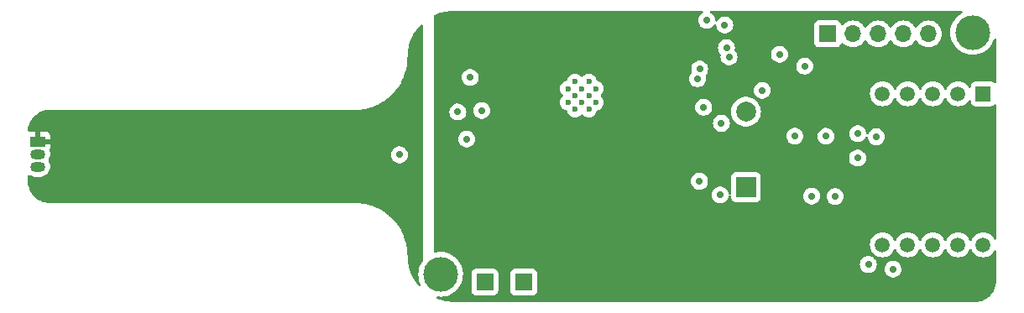
<source format=gbr>
%TF.GenerationSoftware,KiCad,Pcbnew,8.0.2*%
%TF.CreationDate,2024-05-19T20:09:33-03:00*%
%TF.ProjectId,Diseno1,44697365-6e6f-4312-9e6b-696361645f70,01*%
%TF.SameCoordinates,Original*%
%TF.FileFunction,Copper,L3,Inr*%
%TF.FilePolarity,Positive*%
%FSLAX46Y46*%
G04 Gerber Fmt 4.6, Leading zero omitted, Abs format (unit mm)*
G04 Created by KiCad (PCBNEW 8.0.2) date 2024-05-19 20:09:33*
%MOMM*%
%LPD*%
G01*
G04 APERTURE LIST*
%TA.AperFunction,ComponentPad*%
%ADD10R,1.700000X1.700000*%
%TD*%
%TA.AperFunction,ComponentPad*%
%ADD11R,1.500000X1.500000*%
%TD*%
%TA.AperFunction,ComponentPad*%
%ADD12C,1.500000*%
%TD*%
%TA.AperFunction,ComponentPad*%
%ADD13O,1.700000X1.700000*%
%TD*%
%TA.AperFunction,ComponentPad*%
%ADD14C,3.500000*%
%TD*%
%TA.AperFunction,ComponentPad*%
%ADD15R,1.500000X1.050000*%
%TD*%
%TA.AperFunction,ComponentPad*%
%ADD16O,1.500000X1.050000*%
%TD*%
%TA.AperFunction,HeatsinkPad*%
%ADD17C,0.600000*%
%TD*%
%TA.AperFunction,ComponentPad*%
%ADD18R,2.000000X2.000000*%
%TD*%
%TA.AperFunction,ComponentPad*%
%ADD19C,2.000000*%
%TD*%
%TA.AperFunction,ViaPad*%
%ADD20C,0.700000*%
%TD*%
G04 APERTURE END LIST*
D10*
%TO.N,Net-(J2-Pin_1)*%
%TO.C,J2*%
X79590000Y-113170000D03*
%TD*%
D11*
%TO.N,Net-(U7-D)*%
%TO.C,U7*%
X129861014Y-94183463D03*
D12*
%TO.N,Net-(U7-DP)*%
X127321014Y-94183463D03*
%TO.N,Net-(U7-E)*%
X124781014Y-94183463D03*
%TO.N,Net-(U7-C)*%
X122241014Y-94183463D03*
%TO.N,Net-(U7-DIG2)*%
X119701014Y-94183463D03*
%TO.N,Net-(U7-B)*%
X119701014Y-109423000D03*
%TO.N,Net-(U7-A)*%
X122241014Y-109423000D03*
%TO.N,Net-(U7-F)*%
X124781014Y-109423000D03*
%TO.N,Net-(U7-G)*%
X127321014Y-109423000D03*
%TO.N,Net-(U7-DIG1)*%
X129861014Y-109423000D03*
%TD*%
D10*
%TO.N,/ESPRX2FTDI*%
%TO.C,J1*%
X114190000Y-88140000D03*
D13*
%TO.N,/ESPTX2FTDI*%
X116730000Y-88140000D03*
%TO.N,GND*%
X119270000Y-88140000D03*
%TO.N,/U0RTS*%
X121810000Y-88140000D03*
%TO.N,/U0DTR*%
X124350000Y-88140000D03*
%TD*%
D14*
%TO.N,Net-(J2-Pin_1)*%
%TO.C,H2*%
X75140000Y-112400000D03*
%TD*%
D10*
%TO.N,GND*%
%TO.C,J3*%
X83510000Y-113190000D03*
%TD*%
D15*
%TO.N,+5V*%
%TO.C,U1*%
X34500000Y-99000000D03*
D16*
%TO.N,Net-(U1-V_{OUT})*%
X34500000Y-100270000D03*
%TO.N,GND*%
X34500000Y-101540000D03*
%TD*%
D14*
%TO.N,GND*%
%TO.C,H1*%
X128810000Y-88000000D03*
%TD*%
D17*
%TO.N,GND*%
%TO.C,U5*%
X87990000Y-93660000D03*
X87990000Y-95060000D03*
X88690000Y-92960000D03*
X88690000Y-94360000D03*
X88690000Y-95760000D03*
X89365000Y-93660000D03*
X89365000Y-95060000D03*
X90090000Y-92960000D03*
X90090000Y-94360000D03*
X90090000Y-95760000D03*
X90790000Y-93660000D03*
X90790000Y-95060000D03*
%TD*%
D18*
%TO.N,Net-(BZ1-+)*%
%TO.C,BZ1*%
X105940000Y-103600000D03*
D19*
%TO.N,GND*%
X105940000Y-96000000D03*
%TD*%
D20*
%TO.N,GND*%
X70990000Y-100340000D03*
X101070000Y-92660000D03*
X103970000Y-89550000D03*
X77750000Y-98750000D03*
%TO.N,+5V*%
X37180000Y-98180000D03*
X62010000Y-99030000D03*
X66110000Y-102830000D03*
X66480000Y-104120000D03*
%TO.N,VDD*%
X124500000Y-106850000D03*
X102490000Y-109600000D03*
X74973423Y-92201550D03*
X75570000Y-87915000D03*
X109050000Y-93730000D03*
X113320000Y-110820000D03*
X125450000Y-102800000D03*
X107210000Y-111010000D03*
X111080000Y-90040000D03*
X127600000Y-96350000D03*
X113400000Y-113820000D03*
%TO.N,/EN*%
X79290000Y-95860000D03*
X103800000Y-87240000D03*
%TO.N,/BOOT*%
X101250000Y-103010000D03*
X101670000Y-95550000D03*
%TO.N,/U0DTR*%
X107590000Y-93840000D03*
X109320000Y-90190000D03*
%TO.N,/U0RTS*%
X111860000Y-91400000D03*
%TO.N,/GATEQ3*%
X103350000Y-104400000D03*
X103460000Y-97160000D03*
%TO.N,/SENSOR_VN*%
X78130000Y-92540000D03*
X76870000Y-96020000D03*
%TO.N,/ESPTX2FTDI*%
X104230000Y-90450000D03*
%TO.N,/ESPRX2FTDI*%
X101270000Y-91700000D03*
X101970000Y-86780000D03*
%TO.N,Net-(U7-DIG1)*%
X118280000Y-111410000D03*
X114930000Y-104550000D03*
%TO.N,Net-(U7-F)*%
X114025000Y-98475000D03*
X117190000Y-100675000D03*
%TO.N,Net-(U7-DIG2)*%
X112580000Y-104510000D03*
%TO.N,Net-(U7-B)*%
X117230000Y-98220000D03*
%TO.N,Net-(U7-A)*%
X119100000Y-98530000D03*
%TO.N,Net-(U7-G)*%
X110870000Y-98470000D03*
X120770000Y-111870000D03*
%TD*%
%TA.AperFunction,Conductor*%
%TO.N,+5V*%
G36*
X73272962Y-87196568D02*
G01*
X73327553Y-87240176D01*
X73349901Y-87306375D01*
X73350000Y-87311331D01*
X73350000Y-110990516D01*
X73330315Y-111057555D01*
X73329102Y-111059407D01*
X73186828Y-111272334D01*
X73056349Y-111536919D01*
X72961521Y-111816269D01*
X72961518Y-111816283D01*
X72903968Y-112105609D01*
X72903964Y-112105636D01*
X72884671Y-112399992D01*
X72884671Y-112400007D01*
X72903964Y-112694363D01*
X72903965Y-112694373D01*
X72903966Y-112694380D01*
X72903968Y-112694390D01*
X72961518Y-112983716D01*
X72961521Y-112983730D01*
X73056350Y-113263082D01*
X73056351Y-113263085D01*
X73114505Y-113381011D01*
X73126501Y-113449843D01*
X73099380Y-113514234D01*
X73041751Y-113553739D01*
X72971912Y-113555817D01*
X72912037Y-113519808D01*
X72907746Y-113514891D01*
X72853938Y-113449843D01*
X72703464Y-113267935D01*
X72694321Y-113255349D01*
X72386522Y-112770321D01*
X72379034Y-112756701D01*
X72134372Y-112236817D01*
X72128637Y-112222328D01*
X71951135Y-111675918D01*
X71947277Y-111660892D01*
X71839581Y-111096614D01*
X71837630Y-111081168D01*
X71836262Y-111059407D01*
X71762321Y-109883304D01*
X71762409Y-109866468D01*
X71763189Y-109855852D01*
X71760785Y-109843253D01*
X71758831Y-109827790D01*
X71758026Y-109814981D01*
X71758025Y-109814978D01*
X71758025Y-109814976D01*
X71754630Y-109804888D01*
X71750351Y-109788581D01*
X71663112Y-109331433D01*
X71643501Y-109228668D01*
X71641475Y-109211920D01*
X71640921Y-109201334D01*
X71636939Y-109189076D01*
X71633069Y-109174003D01*
X71630657Y-109161360D01*
X71626042Y-109151816D01*
X71619749Y-109136164D01*
X71443626Y-108594001D01*
X71439525Y-108577677D01*
X71437638Y-108567188D01*
X71432175Y-108555581D01*
X71426438Y-108541090D01*
X71422475Y-108528891D01*
X71416672Y-108519954D01*
X71408477Y-108505231D01*
X71165727Y-107989463D01*
X71159594Y-107973732D01*
X71156427Y-107963624D01*
X71156426Y-107963623D01*
X71149522Y-107952742D01*
X71142027Y-107939109D01*
X71136542Y-107927455D01*
X71136541Y-107927453D01*
X71129704Y-107919364D01*
X71119710Y-107905759D01*
X70986293Y-107695501D01*
X70814315Y-107424473D01*
X70806278Y-107409669D01*
X70801846Y-107399989D01*
X70793670Y-107390108D01*
X70784512Y-107377505D01*
X70777634Y-107366664D01*
X70769792Y-107359452D01*
X70758191Y-107347227D01*
X70394785Y-106908007D01*
X70384938Y-106894305D01*
X70379351Y-106885293D01*
X70369966Y-106876480D01*
X70359310Y-106865132D01*
X70351108Y-106855218D01*
X70351107Y-106855217D01*
X70351106Y-106855216D01*
X70342455Y-106849069D01*
X70329398Y-106838382D01*
X70003755Y-106532568D01*
X69913899Y-106448183D01*
X69902423Y-106435834D01*
X69895734Y-106427573D01*
X69885334Y-106420017D01*
X69873338Y-106410092D01*
X69863971Y-106401295D01*
X69863970Y-106401294D01*
X69854602Y-106396271D01*
X69840319Y-106387312D01*
X69648978Y-106248296D01*
X69379143Y-106052251D01*
X69366209Y-106041436D01*
X69358542Y-106034084D01*
X69358539Y-106034081D01*
X69347264Y-106027882D01*
X69334131Y-106019548D01*
X69323722Y-106011986D01*
X69323717Y-106011984D01*
X69313815Y-106008183D01*
X69298512Y-106001080D01*
X68799026Y-105726471D01*
X68784836Y-105717361D01*
X68776309Y-105711028D01*
X68776306Y-105711026D01*
X68776305Y-105711026D01*
X68764346Y-105706290D01*
X68750264Y-105699663D01*
X68739010Y-105693476D01*
X68739008Y-105693475D01*
X68739004Y-105693473D01*
X68739000Y-105693472D01*
X68728685Y-105690938D01*
X68712621Y-105685811D01*
X68182618Y-105475961D01*
X68167402Y-105468703D01*
X68158146Y-105463488D01*
X68145696Y-105460291D01*
X68130898Y-105455483D01*
X68118941Y-105450749D01*
X68108371Y-105449525D01*
X68091801Y-105446453D01*
X67539654Y-105304695D01*
X67523638Y-105299398D01*
X67513813Y-105295388D01*
X67510140Y-105294924D01*
X67501051Y-105293776D01*
X67485764Y-105290860D01*
X67473310Y-105287662D01*
X67473303Y-105287661D01*
X67462684Y-105287773D01*
X67445847Y-105286802D01*
X66880272Y-105215355D01*
X66863725Y-105212109D01*
X66853468Y-105209361D01*
X66853464Y-105209360D01*
X66853462Y-105209360D01*
X66853459Y-105209360D01*
X66840606Y-105209360D01*
X66825064Y-105208382D01*
X66812311Y-105206770D01*
X66801784Y-105208213D01*
X66784955Y-105209360D01*
X66592685Y-105209360D01*
X66560592Y-105205135D01*
X66539562Y-105199500D01*
X35775123Y-105199500D01*
X35743030Y-105195275D01*
X35740362Y-105194560D01*
X35570536Y-105194560D01*
X35554990Y-105193582D01*
X35296489Y-105160916D01*
X35281204Y-105158000D01*
X35028859Y-105093223D01*
X35014036Y-105088407D01*
X34771800Y-104992483D01*
X34757719Y-104985856D01*
X34529393Y-104860340D01*
X34516242Y-104851995D01*
X34305467Y-104698857D01*
X34293471Y-104688933D01*
X34103540Y-104510584D01*
X34092877Y-104499229D01*
X33954537Y-104332000D01*
X33926806Y-104298478D01*
X33917657Y-104285885D01*
X33778050Y-104065911D01*
X33770545Y-104052259D01*
X33659625Y-103816524D01*
X33653894Y-103802049D01*
X33626226Y-103716897D01*
X33573380Y-103554252D01*
X33569508Y-103539172D01*
X33520682Y-103283252D01*
X33518729Y-103267794D01*
X33501544Y-102994447D01*
X33501300Y-102986667D01*
X33501300Y-102488376D01*
X33520985Y-102421337D01*
X33573789Y-102375582D01*
X33642947Y-102365638D01*
X33694191Y-102385274D01*
X33789237Y-102448782D01*
X33789241Y-102448784D01*
X33789244Y-102448786D01*
X33975873Y-102526091D01*
X34173992Y-102565499D01*
X34173996Y-102565500D01*
X34173997Y-102565500D01*
X34826004Y-102565500D01*
X34826005Y-102565499D01*
X35024127Y-102526091D01*
X35210756Y-102448786D01*
X35378718Y-102336558D01*
X35521558Y-102193718D01*
X35633786Y-102025756D01*
X35711091Y-101839127D01*
X35750500Y-101641003D01*
X35750500Y-101438997D01*
X35711091Y-101240873D01*
X35633786Y-101054244D01*
X35580094Y-100973889D01*
X35559217Y-100907214D01*
X35577701Y-100839834D01*
X35580078Y-100836134D01*
X35633786Y-100755756D01*
X35711091Y-100569127D01*
X35750500Y-100371003D01*
X35750500Y-100340000D01*
X70134815Y-100340000D01*
X70153503Y-100517805D01*
X70153504Y-100517807D01*
X70208747Y-100687829D01*
X70208750Y-100687835D01*
X70298141Y-100842665D01*
X70339812Y-100888946D01*
X70417764Y-100975521D01*
X70417767Y-100975523D01*
X70417770Y-100975526D01*
X70562407Y-101080612D01*
X70725733Y-101153329D01*
X70900609Y-101190500D01*
X70900610Y-101190500D01*
X71079389Y-101190500D01*
X71079391Y-101190500D01*
X71254267Y-101153329D01*
X71417593Y-101080612D01*
X71562230Y-100975526D01*
X71563703Y-100973891D01*
X71588148Y-100946741D01*
X71681859Y-100842665D01*
X71771250Y-100687835D01*
X71826497Y-100517803D01*
X71845185Y-100340000D01*
X71826497Y-100162197D01*
X71771250Y-99992165D01*
X71681859Y-99837335D01*
X71625862Y-99775144D01*
X71562235Y-99704478D01*
X71562232Y-99704476D01*
X71562231Y-99704475D01*
X71562230Y-99704474D01*
X71417593Y-99599388D01*
X71254267Y-99526671D01*
X71254265Y-99526670D01*
X71126594Y-99499533D01*
X71079391Y-99489500D01*
X70900609Y-99489500D01*
X70869954Y-99496015D01*
X70725733Y-99526670D01*
X70725728Y-99526672D01*
X70562408Y-99599387D01*
X70417768Y-99704475D01*
X70298140Y-99837336D01*
X70208750Y-99992164D01*
X70208747Y-99992170D01*
X70153504Y-100162192D01*
X70153503Y-100162194D01*
X70134815Y-100340000D01*
X35750500Y-100340000D01*
X35750500Y-100168997D01*
X35711091Y-99970873D01*
X35677451Y-99889661D01*
X35669983Y-99820194D01*
X35689592Y-99775144D01*
X35689101Y-99774876D01*
X35692102Y-99769379D01*
X35692748Y-99767896D01*
X35693352Y-99767089D01*
X35743597Y-99632376D01*
X35743598Y-99632372D01*
X35749999Y-99572844D01*
X35750000Y-99572827D01*
X35750000Y-99250000D01*
X34865866Y-99250000D01*
X34841674Y-99247617D01*
X34826004Y-99244500D01*
X34826003Y-99244500D01*
X34785830Y-99244500D01*
X34800075Y-99230255D01*
X34849444Y-99144745D01*
X34875000Y-99049370D01*
X34875000Y-98950630D01*
X34849444Y-98855255D01*
X34800075Y-98769745D01*
X34780330Y-98750000D01*
X35750000Y-98750000D01*
X35750000Y-98427172D01*
X35749999Y-98427155D01*
X35743598Y-98367627D01*
X35743596Y-98367620D01*
X35693354Y-98232913D01*
X35693350Y-98232906D01*
X35607190Y-98117812D01*
X35607187Y-98117809D01*
X35492093Y-98031649D01*
X35492086Y-98031645D01*
X35357379Y-97981403D01*
X35357372Y-97981401D01*
X35297844Y-97975000D01*
X34750000Y-97975000D01*
X34750000Y-98719670D01*
X34730255Y-98699925D01*
X34644745Y-98650556D01*
X34549370Y-98625000D01*
X34450630Y-98625000D01*
X34355255Y-98650556D01*
X34269745Y-98699925D01*
X34250000Y-98719670D01*
X34250000Y-97975000D01*
X33702169Y-97975000D01*
X33648351Y-97980786D01*
X33579592Y-97968380D01*
X33528455Y-97920769D01*
X33511176Y-97853070D01*
X33511341Y-97849715D01*
X33518729Y-97732203D01*
X33520680Y-97716753D01*
X33569508Y-97460822D01*
X33573380Y-97445746D01*
X33626226Y-97283103D01*
X33653896Y-97197943D01*
X33659625Y-97183474D01*
X33760605Y-96968865D01*
X33770549Y-96947730D01*
X33778045Y-96934095D01*
X33917663Y-96714104D01*
X33926800Y-96701528D01*
X34092883Y-96500762D01*
X34103533Y-96489421D01*
X34293481Y-96311056D01*
X34305457Y-96301148D01*
X34516254Y-96147995D01*
X34529393Y-96139658D01*
X34757719Y-96014142D01*
X34771785Y-96007521D01*
X35014051Y-95911585D01*
X35028843Y-95906780D01*
X35281217Y-95841995D01*
X35296478Y-95839084D01*
X35554989Y-95806417D01*
X35570534Y-95805440D01*
X35740361Y-95805440D01*
X35740362Y-95805440D01*
X35743030Y-95804724D01*
X35775123Y-95800500D01*
X66539561Y-95800500D01*
X66539562Y-95800500D01*
X66560592Y-95794865D01*
X66592685Y-95790640D01*
X66784955Y-95790640D01*
X66801784Y-95791787D01*
X66802811Y-95791927D01*
X66812311Y-95793229D01*
X66825064Y-95791618D01*
X66840606Y-95790640D01*
X66853460Y-95790640D01*
X66853462Y-95790640D01*
X66863728Y-95787889D01*
X66880265Y-95784644D01*
X67445845Y-95713196D01*
X67462691Y-95712226D01*
X67469905Y-95712302D01*
X67473302Y-95712338D01*
X67473302Y-95712337D01*
X67473308Y-95712338D01*
X67485766Y-95709138D01*
X67501051Y-95706223D01*
X67513811Y-95704612D01*
X67523638Y-95700601D01*
X67539651Y-95695304D01*
X68091803Y-95553544D01*
X68108375Y-95550473D01*
X68118941Y-95549251D01*
X68130898Y-95544516D01*
X68145715Y-95539703D01*
X68158146Y-95536512D01*
X68167400Y-95531297D01*
X68182608Y-95524041D01*
X68712617Y-95314188D01*
X68728690Y-95309060D01*
X68729105Y-95308957D01*
X68739004Y-95306527D01*
X68750266Y-95300334D01*
X68764355Y-95293704D01*
X68776309Y-95288972D01*
X68784837Y-95282637D01*
X68799019Y-95273531D01*
X69298523Y-94998912D01*
X69313816Y-94991816D01*
X69323722Y-94988014D01*
X69334136Y-94980447D01*
X69347260Y-94972118D01*
X69358541Y-94965917D01*
X69366203Y-94958567D01*
X69379149Y-94947743D01*
X69840315Y-94612690D01*
X69854604Y-94603726D01*
X69863973Y-94598703D01*
X69873349Y-94589897D01*
X69885341Y-94579977D01*
X69895734Y-94572427D01*
X69902427Y-94564160D01*
X69913892Y-94551822D01*
X70329401Y-94161614D01*
X70342458Y-94150927D01*
X70351106Y-94144784D01*
X70359312Y-94134864D01*
X70369976Y-94123510D01*
X70379351Y-94114707D01*
X70384936Y-94105697D01*
X70394783Y-94091994D01*
X70758197Y-93652764D01*
X70769786Y-93640552D01*
X70777634Y-93633336D01*
X70784507Y-93622502D01*
X70793664Y-93609898D01*
X70801846Y-93600011D01*
X70806276Y-93590333D01*
X70814315Y-93575525D01*
X71119718Y-93094226D01*
X71129699Y-93080639D01*
X71136543Y-93072543D01*
X71142029Y-93060884D01*
X71149519Y-93047261D01*
X71156427Y-93036376D01*
X71159595Y-93026262D01*
X71165728Y-93010533D01*
X71281890Y-92763725D01*
X71408483Y-92494753D01*
X71416670Y-92480047D01*
X71422475Y-92471109D01*
X71426438Y-92458910D01*
X71432178Y-92444412D01*
X71437638Y-92432812D01*
X71439523Y-92422337D01*
X71443630Y-92405985D01*
X71619748Y-91863839D01*
X71626044Y-91848178D01*
X71630657Y-91838640D01*
X71633071Y-91825987D01*
X71636943Y-91810909D01*
X71640921Y-91798666D01*
X71641475Y-91788076D01*
X71643501Y-91771331D01*
X71750354Y-91211402D01*
X71754628Y-91195114D01*
X71758026Y-91185019D01*
X71758831Y-91172207D01*
X71760783Y-91156752D01*
X71763189Y-91144148D01*
X71762409Y-91133531D01*
X71762321Y-91116694D01*
X71837630Y-89918823D01*
X71839581Y-89903386D01*
X71947277Y-89339102D01*
X71951134Y-89324084D01*
X72128639Y-88777664D01*
X72134373Y-88763180D01*
X72379038Y-88243290D01*
X72386518Y-88229684D01*
X72694326Y-87744641D01*
X72703458Y-87732070D01*
X73069624Y-87289413D01*
X73080276Y-87278070D01*
X73141117Y-87220937D01*
X73203462Y-87189396D01*
X73272962Y-87196568D01*
G37*
%TD.AperFunction*%
%TD*%
%TA.AperFunction,Conductor*%
%TO.N,VDD*%
G36*
X101562625Y-85820185D02*
G01*
X101608380Y-85872989D01*
X101618324Y-85942147D01*
X101589299Y-86005703D01*
X101546022Y-86037779D01*
X101542408Y-86039387D01*
X101397768Y-86144475D01*
X101278140Y-86277336D01*
X101188750Y-86432164D01*
X101188747Y-86432170D01*
X101133504Y-86602192D01*
X101133503Y-86602194D01*
X101114815Y-86780000D01*
X101133503Y-86957805D01*
X101133504Y-86957807D01*
X101188747Y-87127829D01*
X101188750Y-87127835D01*
X101278141Y-87282665D01*
X101319812Y-87328946D01*
X101397764Y-87415521D01*
X101397767Y-87415523D01*
X101397770Y-87415526D01*
X101542407Y-87520612D01*
X101705733Y-87593329D01*
X101880609Y-87630500D01*
X101880610Y-87630500D01*
X102059389Y-87630500D01*
X102059391Y-87630500D01*
X102234267Y-87593329D01*
X102397593Y-87520612D01*
X102542230Y-87415526D01*
X102661859Y-87282665D01*
X102714215Y-87191980D01*
X102764780Y-87143767D01*
X102833387Y-87130543D01*
X102898252Y-87156511D01*
X102938781Y-87213424D01*
X102944922Y-87241020D01*
X102963503Y-87417804D01*
X102963504Y-87417807D01*
X103018747Y-87587829D01*
X103018750Y-87587835D01*
X103108141Y-87742665D01*
X103149812Y-87788946D01*
X103227764Y-87875521D01*
X103227767Y-87875523D01*
X103227770Y-87875526D01*
X103372407Y-87980612D01*
X103535733Y-88053329D01*
X103710609Y-88090500D01*
X103710610Y-88090500D01*
X103889389Y-88090500D01*
X103889391Y-88090500D01*
X104064267Y-88053329D01*
X104227593Y-87980612D01*
X104372230Y-87875526D01*
X104491859Y-87742665D01*
X104581250Y-87587835D01*
X104636497Y-87417803D01*
X104654961Y-87242135D01*
X112839500Y-87242135D01*
X112839500Y-89037870D01*
X112839501Y-89037876D01*
X112845908Y-89097483D01*
X112896202Y-89232328D01*
X112896206Y-89232335D01*
X112982452Y-89347544D01*
X112982455Y-89347547D01*
X113097664Y-89433793D01*
X113097671Y-89433797D01*
X113232517Y-89484091D01*
X113232516Y-89484091D01*
X113239444Y-89484835D01*
X113292127Y-89490500D01*
X115087872Y-89490499D01*
X115147483Y-89484091D01*
X115282331Y-89433796D01*
X115397546Y-89347546D01*
X115483796Y-89232331D01*
X115532810Y-89100916D01*
X115574681Y-89044984D01*
X115640145Y-89020566D01*
X115708418Y-89035417D01*
X115736673Y-89056569D01*
X115858599Y-89178495D01*
X115955384Y-89246265D01*
X116052165Y-89314032D01*
X116052167Y-89314033D01*
X116052170Y-89314035D01*
X116266337Y-89413903D01*
X116494592Y-89475063D01*
X116671034Y-89490500D01*
X116729999Y-89495659D01*
X116730000Y-89495659D01*
X116730001Y-89495659D01*
X116788966Y-89490500D01*
X116965408Y-89475063D01*
X117193663Y-89413903D01*
X117407830Y-89314035D01*
X117601401Y-89178495D01*
X117768495Y-89011401D01*
X117898425Y-88825842D01*
X117953002Y-88782217D01*
X118022500Y-88775023D01*
X118084855Y-88806546D01*
X118101575Y-88825842D01*
X118231500Y-89011395D01*
X118231505Y-89011401D01*
X118398599Y-89178495D01*
X118495384Y-89246265D01*
X118592165Y-89314032D01*
X118592167Y-89314033D01*
X118592170Y-89314035D01*
X118806337Y-89413903D01*
X119034592Y-89475063D01*
X119211034Y-89490500D01*
X119269999Y-89495659D01*
X119270000Y-89495659D01*
X119270001Y-89495659D01*
X119328966Y-89490500D01*
X119505408Y-89475063D01*
X119733663Y-89413903D01*
X119947830Y-89314035D01*
X120141401Y-89178495D01*
X120308495Y-89011401D01*
X120438425Y-88825842D01*
X120493002Y-88782217D01*
X120562500Y-88775023D01*
X120624855Y-88806546D01*
X120641575Y-88825842D01*
X120771500Y-89011395D01*
X120771505Y-89011401D01*
X120938599Y-89178495D01*
X121035384Y-89246265D01*
X121132165Y-89314032D01*
X121132167Y-89314033D01*
X121132170Y-89314035D01*
X121346337Y-89413903D01*
X121574592Y-89475063D01*
X121751034Y-89490500D01*
X121809999Y-89495659D01*
X121810000Y-89495659D01*
X121810001Y-89495659D01*
X121868966Y-89490500D01*
X122045408Y-89475063D01*
X122273663Y-89413903D01*
X122487830Y-89314035D01*
X122681401Y-89178495D01*
X122848495Y-89011401D01*
X122978425Y-88825842D01*
X123033002Y-88782217D01*
X123102500Y-88775023D01*
X123164855Y-88806546D01*
X123181575Y-88825842D01*
X123311500Y-89011395D01*
X123311505Y-89011401D01*
X123478599Y-89178495D01*
X123575384Y-89246265D01*
X123672165Y-89314032D01*
X123672167Y-89314033D01*
X123672170Y-89314035D01*
X123886337Y-89413903D01*
X124114592Y-89475063D01*
X124291034Y-89490500D01*
X124349999Y-89495659D01*
X124350000Y-89495659D01*
X124350001Y-89495659D01*
X124408966Y-89490500D01*
X124585408Y-89475063D01*
X124813663Y-89413903D01*
X125027830Y-89314035D01*
X125221401Y-89178495D01*
X125388495Y-89011401D01*
X125524035Y-88817830D01*
X125623903Y-88603663D01*
X125685063Y-88375408D01*
X125705659Y-88140000D01*
X125685063Y-87904592D01*
X125623903Y-87676337D01*
X125524035Y-87462171D01*
X125518425Y-87454158D01*
X125388494Y-87268597D01*
X125221402Y-87101506D01*
X125221395Y-87101501D01*
X125027834Y-86965967D01*
X125027830Y-86965965D01*
X125010331Y-86957805D01*
X124813663Y-86866097D01*
X124813659Y-86866096D01*
X124813655Y-86866094D01*
X124585413Y-86804938D01*
X124585403Y-86804936D01*
X124350001Y-86784341D01*
X124349999Y-86784341D01*
X124114596Y-86804936D01*
X124114586Y-86804938D01*
X123886344Y-86866094D01*
X123886335Y-86866098D01*
X123672171Y-86965964D01*
X123672169Y-86965965D01*
X123478597Y-87101505D01*
X123311505Y-87268597D01*
X123181575Y-87454158D01*
X123126998Y-87497783D01*
X123057500Y-87504977D01*
X122995145Y-87473454D01*
X122978425Y-87454158D01*
X122848494Y-87268597D01*
X122681402Y-87101506D01*
X122681395Y-87101501D01*
X122487834Y-86965967D01*
X122487830Y-86965965D01*
X122470331Y-86957805D01*
X122273663Y-86866097D01*
X122273659Y-86866096D01*
X122273655Y-86866094D01*
X122045413Y-86804938D01*
X122045403Y-86804936D01*
X121810001Y-86784341D01*
X121809999Y-86784341D01*
X121574596Y-86804936D01*
X121574586Y-86804938D01*
X121346344Y-86866094D01*
X121346335Y-86866098D01*
X121132171Y-86965964D01*
X121132169Y-86965965D01*
X120938597Y-87101505D01*
X120771505Y-87268597D01*
X120641575Y-87454158D01*
X120586998Y-87497783D01*
X120517500Y-87504977D01*
X120455145Y-87473454D01*
X120438425Y-87454158D01*
X120308494Y-87268597D01*
X120141402Y-87101506D01*
X120141395Y-87101501D01*
X119947834Y-86965967D01*
X119947830Y-86965965D01*
X119930331Y-86957805D01*
X119733663Y-86866097D01*
X119733659Y-86866096D01*
X119733655Y-86866094D01*
X119505413Y-86804938D01*
X119505403Y-86804936D01*
X119270001Y-86784341D01*
X119269999Y-86784341D01*
X119034596Y-86804936D01*
X119034586Y-86804938D01*
X118806344Y-86866094D01*
X118806335Y-86866098D01*
X118592171Y-86965964D01*
X118592169Y-86965965D01*
X118398597Y-87101505D01*
X118231505Y-87268597D01*
X118101575Y-87454158D01*
X118046998Y-87497783D01*
X117977500Y-87504977D01*
X117915145Y-87473454D01*
X117898425Y-87454158D01*
X117768494Y-87268597D01*
X117601402Y-87101506D01*
X117601395Y-87101501D01*
X117407834Y-86965967D01*
X117407830Y-86965965D01*
X117390331Y-86957805D01*
X117193663Y-86866097D01*
X117193659Y-86866096D01*
X117193655Y-86866094D01*
X116965413Y-86804938D01*
X116965403Y-86804936D01*
X116730001Y-86784341D01*
X116729999Y-86784341D01*
X116494596Y-86804936D01*
X116494586Y-86804938D01*
X116266344Y-86866094D01*
X116266335Y-86866098D01*
X116052171Y-86965964D01*
X116052169Y-86965965D01*
X115858600Y-87101503D01*
X115736673Y-87223430D01*
X115675350Y-87256914D01*
X115605658Y-87251930D01*
X115549725Y-87210058D01*
X115532810Y-87179081D01*
X115483797Y-87047671D01*
X115483793Y-87047664D01*
X115397547Y-86932455D01*
X115397544Y-86932452D01*
X115282335Y-86846206D01*
X115282328Y-86846202D01*
X115147482Y-86795908D01*
X115147483Y-86795908D01*
X115087883Y-86789501D01*
X115087881Y-86789500D01*
X115087873Y-86789500D01*
X115087864Y-86789500D01*
X113292129Y-86789500D01*
X113292123Y-86789501D01*
X113232516Y-86795908D01*
X113097671Y-86846202D01*
X113097664Y-86846206D01*
X112982455Y-86932452D01*
X112982452Y-86932455D01*
X112896206Y-87047664D01*
X112896202Y-87047671D01*
X112845908Y-87182517D01*
X112839501Y-87242116D01*
X112839500Y-87242135D01*
X104654961Y-87242135D01*
X104655185Y-87240000D01*
X104636497Y-87062197D01*
X104608873Y-86977181D01*
X104581252Y-86892170D01*
X104581249Y-86892164D01*
X104579685Y-86889455D01*
X104491859Y-86737335D01*
X104429376Y-86667941D01*
X104372235Y-86604478D01*
X104372232Y-86604476D01*
X104372231Y-86604475D01*
X104372230Y-86604474D01*
X104227593Y-86499388D01*
X104064267Y-86426671D01*
X104064265Y-86426670D01*
X103936594Y-86399533D01*
X103889391Y-86389500D01*
X103710609Y-86389500D01*
X103679954Y-86396015D01*
X103535733Y-86426670D01*
X103535728Y-86426672D01*
X103372408Y-86499387D01*
X103227768Y-86604475D01*
X103108139Y-86737336D01*
X103055785Y-86828017D01*
X103005218Y-86876233D01*
X102936611Y-86889455D01*
X102871746Y-86863487D01*
X102831218Y-86806573D01*
X102825078Y-86778984D01*
X102806497Y-86602197D01*
X102751250Y-86432165D01*
X102661859Y-86277335D01*
X102601885Y-86210727D01*
X102542235Y-86144478D01*
X102542232Y-86144476D01*
X102542231Y-86144475D01*
X102542230Y-86144474D01*
X102397593Y-86039388D01*
X102397592Y-86039387D01*
X102393979Y-86037779D01*
X102392228Y-86036291D01*
X102391970Y-86036142D01*
X102391997Y-86036094D01*
X102340742Y-85992529D01*
X102320421Y-85925680D01*
X102339466Y-85858456D01*
X102391833Y-85812201D01*
X102444415Y-85800500D01*
X127650033Y-85800500D01*
X127717072Y-85820185D01*
X127762827Y-85872989D01*
X127772771Y-85942147D01*
X127743746Y-86005703D01*
X127704877Y-86035712D01*
X127682334Y-86046828D01*
X127437041Y-86210728D01*
X127215241Y-86405241D01*
X127020728Y-86627041D01*
X126856828Y-86872334D01*
X126726349Y-87136919D01*
X126631521Y-87416269D01*
X126631518Y-87416283D01*
X126573968Y-87705609D01*
X126573964Y-87705636D01*
X126554671Y-87999992D01*
X126554671Y-88000007D01*
X126573964Y-88294363D01*
X126573965Y-88294373D01*
X126573966Y-88294380D01*
X126573968Y-88294390D01*
X126631518Y-88583716D01*
X126631521Y-88583730D01*
X126726349Y-88863080D01*
X126856825Y-89127660D01*
X126856829Y-89127667D01*
X127020725Y-89372955D01*
X127215241Y-89594758D01*
X127374201Y-89734162D01*
X127437043Y-89789273D01*
X127682335Y-89953172D01*
X127946923Y-90083652D01*
X128226278Y-90178481D01*
X128515620Y-90236034D01*
X128543888Y-90237886D01*
X128809993Y-90255329D01*
X128810000Y-90255329D01*
X128810007Y-90255329D01*
X129045675Y-90239881D01*
X129104380Y-90236034D01*
X129393722Y-90178481D01*
X129673077Y-90083652D01*
X129937665Y-89953172D01*
X130182957Y-89789273D01*
X130404758Y-89594758D01*
X130599273Y-89372957D01*
X130763172Y-89127665D01*
X130893652Y-88863077D01*
X130959681Y-88668562D01*
X130999870Y-88611409D01*
X131064579Y-88585056D01*
X131133264Y-88597870D01*
X131184117Y-88645784D01*
X131201100Y-88708422D01*
X131201100Y-93013993D01*
X131181415Y-93081032D01*
X131128611Y-93126787D01*
X131059453Y-93136731D01*
X130995897Y-93107706D01*
X130977835Y-93088307D01*
X130968560Y-93075917D01*
X130924141Y-93042665D01*
X130853349Y-92989669D01*
X130853342Y-92989665D01*
X130718496Y-92939371D01*
X130718497Y-92939371D01*
X130658897Y-92932964D01*
X130658895Y-92932963D01*
X130658887Y-92932963D01*
X130658878Y-92932963D01*
X129063143Y-92932963D01*
X129063137Y-92932964D01*
X129003530Y-92939371D01*
X128868685Y-92989665D01*
X128868678Y-92989669D01*
X128753469Y-93075915D01*
X128753466Y-93075918D01*
X128667220Y-93191127D01*
X128667216Y-93191134D01*
X128616922Y-93325980D01*
X128610515Y-93385579D01*
X128610514Y-93385598D01*
X128610514Y-93451601D01*
X128590829Y-93518640D01*
X128538025Y-93564395D01*
X128468867Y-93574339D01*
X128405311Y-93545314D01*
X128384939Y-93522724D01*
X128282613Y-93376587D01*
X128216502Y-93310476D01*
X128127891Y-93221865D01*
X127989992Y-93125307D01*
X127948652Y-93096360D01*
X127849498Y-93050124D01*
X127750344Y-93003888D01*
X127750340Y-93003887D01*
X127750336Y-93003885D01*
X127538991Y-92947256D01*
X127321016Y-92928186D01*
X127321012Y-92928186D01*
X127193165Y-92939371D01*
X127103037Y-92947256D01*
X127103034Y-92947256D01*
X126891691Y-93003885D01*
X126891682Y-93003889D01*
X126693375Y-93096361D01*
X126693371Y-93096363D01*
X126514135Y-93221865D01*
X126359416Y-93376584D01*
X126233914Y-93555820D01*
X126233912Y-93555824D01*
X126163396Y-93707046D01*
X126117223Y-93759485D01*
X126050030Y-93778637D01*
X125983149Y-93758421D01*
X125938632Y-93707046D01*
X125872112Y-93564395D01*
X125868116Y-93555825D01*
X125868114Y-93555822D01*
X125868113Y-93555820D01*
X125742613Y-93376587D01*
X125676502Y-93310476D01*
X125587891Y-93221865D01*
X125449992Y-93125307D01*
X125408652Y-93096360D01*
X125309498Y-93050124D01*
X125210344Y-93003888D01*
X125210340Y-93003887D01*
X125210336Y-93003885D01*
X124998991Y-92947256D01*
X124781016Y-92928186D01*
X124781012Y-92928186D01*
X124653165Y-92939371D01*
X124563037Y-92947256D01*
X124563034Y-92947256D01*
X124351691Y-93003885D01*
X124351682Y-93003889D01*
X124153375Y-93096361D01*
X124153371Y-93096363D01*
X123974135Y-93221865D01*
X123819416Y-93376584D01*
X123693914Y-93555820D01*
X123693912Y-93555824D01*
X123623396Y-93707046D01*
X123577223Y-93759485D01*
X123510030Y-93778637D01*
X123443149Y-93758421D01*
X123398632Y-93707046D01*
X123332112Y-93564395D01*
X123328116Y-93555825D01*
X123328114Y-93555822D01*
X123328113Y-93555820D01*
X123202613Y-93376587D01*
X123136502Y-93310476D01*
X123047891Y-93221865D01*
X122909992Y-93125307D01*
X122868652Y-93096360D01*
X122769498Y-93050124D01*
X122670344Y-93003888D01*
X122670340Y-93003887D01*
X122670336Y-93003885D01*
X122458991Y-92947256D01*
X122241016Y-92928186D01*
X122241012Y-92928186D01*
X122113165Y-92939371D01*
X122023037Y-92947256D01*
X122023034Y-92947256D01*
X121811691Y-93003885D01*
X121811682Y-93003889D01*
X121613375Y-93096361D01*
X121613371Y-93096363D01*
X121434135Y-93221865D01*
X121279416Y-93376584D01*
X121153914Y-93555820D01*
X121153912Y-93555824D01*
X121083396Y-93707046D01*
X121037223Y-93759485D01*
X120970030Y-93778637D01*
X120903149Y-93758421D01*
X120858632Y-93707046D01*
X120792112Y-93564395D01*
X120788116Y-93555825D01*
X120788114Y-93555822D01*
X120788113Y-93555820D01*
X120662613Y-93376587D01*
X120596502Y-93310476D01*
X120507891Y-93221865D01*
X120369992Y-93125307D01*
X120328652Y-93096360D01*
X120229498Y-93050124D01*
X120130344Y-93003888D01*
X120130340Y-93003887D01*
X120130336Y-93003885D01*
X119918991Y-92947256D01*
X119701016Y-92928186D01*
X119701012Y-92928186D01*
X119573165Y-92939371D01*
X119483037Y-92947256D01*
X119483034Y-92947256D01*
X119271691Y-93003885D01*
X119271682Y-93003889D01*
X119073375Y-93096361D01*
X119073371Y-93096363D01*
X118894135Y-93221865D01*
X118739416Y-93376584D01*
X118613914Y-93555820D01*
X118613912Y-93555824D01*
X118521440Y-93754131D01*
X118521436Y-93754140D01*
X118464807Y-93965483D01*
X118464807Y-93965487D01*
X118445737Y-94183460D01*
X118445737Y-94183465D01*
X118464807Y-94401438D01*
X118464807Y-94401442D01*
X118521436Y-94612785D01*
X118521438Y-94612789D01*
X118521439Y-94612793D01*
X118543396Y-94659879D01*
X118613911Y-94811101D01*
X118639012Y-94846949D01*
X118739416Y-94990340D01*
X118894137Y-95145061D01*
X119073375Y-95270565D01*
X119271684Y-95363038D01*
X119483037Y-95419670D01*
X119665940Y-95435671D01*
X119701012Y-95438740D01*
X119701014Y-95438740D01*
X119701016Y-95438740D01*
X119729268Y-95436268D01*
X119918991Y-95419670D01*
X120130344Y-95363038D01*
X120328653Y-95270565D01*
X120507891Y-95145061D01*
X120662612Y-94990340D01*
X120788116Y-94811102D01*
X120858632Y-94659877D01*
X120904804Y-94607440D01*
X120971998Y-94588288D01*
X121038879Y-94608504D01*
X121083395Y-94659877D01*
X121153912Y-94811102D01*
X121279416Y-94990340D01*
X121434137Y-95145061D01*
X121613375Y-95270565D01*
X121811684Y-95363038D01*
X122023037Y-95419670D01*
X122205940Y-95435671D01*
X122241012Y-95438740D01*
X122241014Y-95438740D01*
X122241016Y-95438740D01*
X122269268Y-95436268D01*
X122458991Y-95419670D01*
X122670344Y-95363038D01*
X122868653Y-95270565D01*
X123047891Y-95145061D01*
X123202612Y-94990340D01*
X123328116Y-94811102D01*
X123398632Y-94659877D01*
X123444804Y-94607440D01*
X123511998Y-94588288D01*
X123578879Y-94608504D01*
X123623395Y-94659877D01*
X123693912Y-94811102D01*
X123819416Y-94990340D01*
X123974137Y-95145061D01*
X124153375Y-95270565D01*
X124351684Y-95363038D01*
X124563037Y-95419670D01*
X124745940Y-95435671D01*
X124781012Y-95438740D01*
X124781014Y-95438740D01*
X124781016Y-95438740D01*
X124809268Y-95436268D01*
X124998991Y-95419670D01*
X125210344Y-95363038D01*
X125408653Y-95270565D01*
X125587891Y-95145061D01*
X125742612Y-94990340D01*
X125868116Y-94811102D01*
X125938632Y-94659877D01*
X125984804Y-94607440D01*
X126051998Y-94588288D01*
X126118879Y-94608504D01*
X126163395Y-94659877D01*
X126233912Y-94811102D01*
X126359416Y-94990340D01*
X126514137Y-95145061D01*
X126693375Y-95270565D01*
X126891684Y-95363038D01*
X127103037Y-95419670D01*
X127285940Y-95435671D01*
X127321012Y-95438740D01*
X127321014Y-95438740D01*
X127321016Y-95438740D01*
X127349268Y-95436268D01*
X127538991Y-95419670D01*
X127750344Y-95363038D01*
X127948653Y-95270565D01*
X128127891Y-95145061D01*
X128282612Y-94990340D01*
X128384942Y-94844197D01*
X128439516Y-94800575D01*
X128509014Y-94793381D01*
X128571369Y-94824904D01*
X128606783Y-94885133D01*
X128610514Y-94915321D01*
X128610514Y-94981332D01*
X128610515Y-94981339D01*
X128616922Y-95040946D01*
X128667216Y-95175791D01*
X128667220Y-95175798D01*
X128753466Y-95291007D01*
X128753469Y-95291010D01*
X128868678Y-95377256D01*
X128868685Y-95377260D01*
X129003531Y-95427554D01*
X129003530Y-95427554D01*
X129010458Y-95428298D01*
X129063141Y-95433963D01*
X130658886Y-95433962D01*
X130718497Y-95427554D01*
X130853345Y-95377259D01*
X130968560Y-95291009D01*
X130977834Y-95278619D01*
X131033767Y-95236750D01*
X131103459Y-95231766D01*
X131164782Y-95265251D01*
X131198266Y-95326575D01*
X131201100Y-95352932D01*
X131201100Y-108778560D01*
X131181415Y-108845599D01*
X131128611Y-108891354D01*
X131059453Y-108901298D01*
X130995897Y-108872273D01*
X130964718Y-108830965D01*
X130948116Y-108795362D01*
X130948113Y-108795358D01*
X130948113Y-108795357D01*
X130822613Y-108616124D01*
X130822610Y-108616121D01*
X130667891Y-108461402D01*
X130488653Y-108335898D01*
X130488654Y-108335898D01*
X130488652Y-108335897D01*
X130389498Y-108289661D01*
X130290344Y-108243425D01*
X130290340Y-108243424D01*
X130290336Y-108243422D01*
X130078991Y-108186793D01*
X129861016Y-108167723D01*
X129861012Y-108167723D01*
X129715696Y-108180436D01*
X129643037Y-108186793D01*
X129643034Y-108186793D01*
X129431691Y-108243422D01*
X129431682Y-108243426D01*
X129233375Y-108335898D01*
X129233371Y-108335900D01*
X129054135Y-108461402D01*
X128899416Y-108616121D01*
X128773914Y-108795357D01*
X128773912Y-108795361D01*
X128703396Y-108946583D01*
X128657223Y-108999022D01*
X128590030Y-109018174D01*
X128523149Y-108997958D01*
X128478632Y-108946583D01*
X128424718Y-108830965D01*
X128408116Y-108795362D01*
X128408114Y-108795359D01*
X128408113Y-108795357D01*
X128282613Y-108616124D01*
X128282610Y-108616121D01*
X128127891Y-108461402D01*
X127948653Y-108335898D01*
X127948654Y-108335898D01*
X127948652Y-108335897D01*
X127849498Y-108289661D01*
X127750344Y-108243425D01*
X127750340Y-108243424D01*
X127750336Y-108243422D01*
X127538991Y-108186793D01*
X127321016Y-108167723D01*
X127321012Y-108167723D01*
X127175696Y-108180436D01*
X127103037Y-108186793D01*
X127103034Y-108186793D01*
X126891691Y-108243422D01*
X126891682Y-108243426D01*
X126693375Y-108335898D01*
X126693371Y-108335900D01*
X126514135Y-108461402D01*
X126359416Y-108616121D01*
X126233914Y-108795357D01*
X126233912Y-108795361D01*
X126163396Y-108946583D01*
X126117223Y-108999022D01*
X126050030Y-109018174D01*
X125983149Y-108997958D01*
X125938632Y-108946583D01*
X125884718Y-108830965D01*
X125868116Y-108795362D01*
X125868114Y-108795359D01*
X125868113Y-108795357D01*
X125742613Y-108616124D01*
X125742610Y-108616121D01*
X125587891Y-108461402D01*
X125408653Y-108335898D01*
X125408654Y-108335898D01*
X125408652Y-108335897D01*
X125309498Y-108289661D01*
X125210344Y-108243425D01*
X125210340Y-108243424D01*
X125210336Y-108243422D01*
X124998991Y-108186793D01*
X124781016Y-108167723D01*
X124781012Y-108167723D01*
X124635696Y-108180436D01*
X124563037Y-108186793D01*
X124563034Y-108186793D01*
X124351691Y-108243422D01*
X124351682Y-108243426D01*
X124153375Y-108335898D01*
X124153371Y-108335900D01*
X123974135Y-108461402D01*
X123819416Y-108616121D01*
X123693914Y-108795357D01*
X123693912Y-108795361D01*
X123623396Y-108946583D01*
X123577223Y-108999022D01*
X123510030Y-109018174D01*
X123443149Y-108997958D01*
X123398632Y-108946583D01*
X123344718Y-108830965D01*
X123328116Y-108795362D01*
X123328114Y-108795359D01*
X123328113Y-108795357D01*
X123202613Y-108616124D01*
X123202610Y-108616121D01*
X123047891Y-108461402D01*
X122868653Y-108335898D01*
X122868654Y-108335898D01*
X122868652Y-108335897D01*
X122769498Y-108289661D01*
X122670344Y-108243425D01*
X122670340Y-108243424D01*
X122670336Y-108243422D01*
X122458991Y-108186793D01*
X122241016Y-108167723D01*
X122241012Y-108167723D01*
X122095696Y-108180436D01*
X122023037Y-108186793D01*
X122023034Y-108186793D01*
X121811691Y-108243422D01*
X121811682Y-108243426D01*
X121613375Y-108335898D01*
X121613371Y-108335900D01*
X121434135Y-108461402D01*
X121279416Y-108616121D01*
X121153914Y-108795357D01*
X121153912Y-108795361D01*
X121083396Y-108946583D01*
X121037223Y-108999022D01*
X120970030Y-109018174D01*
X120903149Y-108997958D01*
X120858632Y-108946583D01*
X120804718Y-108830965D01*
X120788116Y-108795362D01*
X120788114Y-108795359D01*
X120788113Y-108795357D01*
X120662613Y-108616124D01*
X120662610Y-108616121D01*
X120507891Y-108461402D01*
X120328653Y-108335898D01*
X120328654Y-108335898D01*
X120328652Y-108335897D01*
X120229498Y-108289661D01*
X120130344Y-108243425D01*
X120130340Y-108243424D01*
X120130336Y-108243422D01*
X119918991Y-108186793D01*
X119701016Y-108167723D01*
X119701012Y-108167723D01*
X119555696Y-108180436D01*
X119483037Y-108186793D01*
X119483034Y-108186793D01*
X119271691Y-108243422D01*
X119271682Y-108243426D01*
X119073375Y-108335898D01*
X119073371Y-108335900D01*
X118894135Y-108461402D01*
X118739416Y-108616121D01*
X118613914Y-108795357D01*
X118613912Y-108795361D01*
X118521440Y-108993668D01*
X118521436Y-108993677D01*
X118464807Y-109205020D01*
X118464807Y-109205024D01*
X118445737Y-109422997D01*
X118445737Y-109423002D01*
X118464807Y-109640975D01*
X118464807Y-109640979D01*
X118521436Y-109852322D01*
X118521438Y-109852326D01*
X118521439Y-109852330D01*
X118543396Y-109899416D01*
X118613911Y-110050638D01*
X118613912Y-110050639D01*
X118739416Y-110229877D01*
X118894137Y-110384598D01*
X119073375Y-110510102D01*
X119271684Y-110602575D01*
X119483037Y-110659207D01*
X119665940Y-110675208D01*
X119701012Y-110678277D01*
X119701014Y-110678277D01*
X119701016Y-110678277D01*
X119729268Y-110675805D01*
X119918991Y-110659207D01*
X120130344Y-110602575D01*
X120328653Y-110510102D01*
X120507891Y-110384598D01*
X120662612Y-110229877D01*
X120788116Y-110050639D01*
X120858632Y-109899414D01*
X120904804Y-109846977D01*
X120971998Y-109827825D01*
X121038879Y-109848041D01*
X121083395Y-109899414D01*
X121153912Y-110050639D01*
X121279416Y-110229877D01*
X121434137Y-110384598D01*
X121613375Y-110510102D01*
X121811684Y-110602575D01*
X122023037Y-110659207D01*
X122205940Y-110675208D01*
X122241012Y-110678277D01*
X122241014Y-110678277D01*
X122241016Y-110678277D01*
X122269268Y-110675805D01*
X122458991Y-110659207D01*
X122670344Y-110602575D01*
X122868653Y-110510102D01*
X123047891Y-110384598D01*
X123202612Y-110229877D01*
X123328116Y-110050639D01*
X123398632Y-109899414D01*
X123444804Y-109846977D01*
X123511998Y-109827825D01*
X123578879Y-109848041D01*
X123623395Y-109899414D01*
X123693912Y-110050639D01*
X123819416Y-110229877D01*
X123974137Y-110384598D01*
X124153375Y-110510102D01*
X124351684Y-110602575D01*
X124563037Y-110659207D01*
X124745940Y-110675208D01*
X124781012Y-110678277D01*
X124781014Y-110678277D01*
X124781016Y-110678277D01*
X124809268Y-110675805D01*
X124998991Y-110659207D01*
X125210344Y-110602575D01*
X125408653Y-110510102D01*
X125587891Y-110384598D01*
X125742612Y-110229877D01*
X125868116Y-110050639D01*
X125938632Y-109899414D01*
X125984804Y-109846977D01*
X126051998Y-109827825D01*
X126118879Y-109848041D01*
X126163395Y-109899414D01*
X126233912Y-110050639D01*
X126359416Y-110229877D01*
X126514137Y-110384598D01*
X126693375Y-110510102D01*
X126891684Y-110602575D01*
X127103037Y-110659207D01*
X127285940Y-110675208D01*
X127321012Y-110678277D01*
X127321014Y-110678277D01*
X127321016Y-110678277D01*
X127349268Y-110675805D01*
X127538991Y-110659207D01*
X127750344Y-110602575D01*
X127948653Y-110510102D01*
X128127891Y-110384598D01*
X128282612Y-110229877D01*
X128408116Y-110050639D01*
X128478632Y-109899414D01*
X128524804Y-109846977D01*
X128591998Y-109827825D01*
X128658879Y-109848041D01*
X128703395Y-109899414D01*
X128773912Y-110050639D01*
X128899416Y-110229877D01*
X129054137Y-110384598D01*
X129233375Y-110510102D01*
X129431684Y-110602575D01*
X129643037Y-110659207D01*
X129825940Y-110675208D01*
X129861012Y-110678277D01*
X129861014Y-110678277D01*
X129861016Y-110678277D01*
X129889268Y-110675805D01*
X130078991Y-110659207D01*
X130290344Y-110602575D01*
X130488653Y-110510102D01*
X130667891Y-110384598D01*
X130822612Y-110229877D01*
X130948116Y-110050639D01*
X130964718Y-110015036D01*
X131010890Y-109962596D01*
X131078083Y-109943444D01*
X131144965Y-109963660D01*
X131190299Y-110016825D01*
X131201100Y-110067440D01*
X131201100Y-112986660D01*
X131200856Y-112994442D01*
X131183671Y-113267733D01*
X131181714Y-113283213D01*
X131132831Y-113539164D01*
X131128965Y-113554213D01*
X131048441Y-113802092D01*
X131042720Y-113816550D01*
X130931873Y-114052265D01*
X130924347Y-114065956D01*
X130784696Y-114285931D01*
X130775557Y-114298507D01*
X130609497Y-114499257D01*
X130598823Y-114510623D01*
X130408856Y-114688971D01*
X130396876Y-114698881D01*
X130186171Y-114851993D01*
X130173018Y-114860342D01*
X129944672Y-114985882D01*
X129930555Y-114992523D01*
X129688318Y-115088372D01*
X129673541Y-115093172D01*
X129421092Y-115158008D01*
X129405812Y-115160925D01*
X129243549Y-115181456D01*
X129147419Y-115193619D01*
X129131855Y-115194600D01*
X129039562Y-115194600D01*
X128960438Y-115194600D01*
X128957914Y-115195276D01*
X128925826Y-115199500D01*
X76592835Y-115199500D01*
X76560743Y-115195275D01*
X76539564Y-115189600D01*
X76539562Y-115189600D01*
X76212711Y-115189600D01*
X76197168Y-115188622D01*
X75957152Y-115158297D01*
X75627241Y-115116614D01*
X75611957Y-115113699D01*
X75055510Y-114970882D01*
X75040680Y-114966063D01*
X74814653Y-114876550D01*
X74759571Y-114833564D01*
X74736473Y-114767623D01*
X74752693Y-114699662D01*
X74803080Y-114651259D01*
X74868419Y-114637528D01*
X75005176Y-114646492D01*
X75139994Y-114655329D01*
X75140000Y-114655329D01*
X75140007Y-114655329D01*
X75375675Y-114639881D01*
X75434380Y-114636034D01*
X75723722Y-114578481D01*
X76003077Y-114483652D01*
X76267665Y-114353172D01*
X76512957Y-114189273D01*
X76734758Y-113994758D01*
X76929273Y-113772957D01*
X77093172Y-113527665D01*
X77223652Y-113263077D01*
X77318481Y-112983722D01*
X77376034Y-112694380D01*
X77381525Y-112610610D01*
X77395329Y-112400007D01*
X77395329Y-112399992D01*
X77386948Y-112272135D01*
X78239500Y-112272135D01*
X78239500Y-114067870D01*
X78239501Y-114067876D01*
X78245908Y-114127483D01*
X78296202Y-114262328D01*
X78296206Y-114262335D01*
X78382452Y-114377544D01*
X78382455Y-114377547D01*
X78497664Y-114463793D01*
X78497671Y-114463797D01*
X78632517Y-114514091D01*
X78632516Y-114514091D01*
X78639444Y-114514835D01*
X78692127Y-114520500D01*
X80487872Y-114520499D01*
X80547483Y-114514091D01*
X80682331Y-114463796D01*
X80797546Y-114377546D01*
X80883796Y-114262331D01*
X80934091Y-114127483D01*
X80940500Y-114067873D01*
X80940499Y-112292135D01*
X82159500Y-112292135D01*
X82159500Y-114087870D01*
X82159501Y-114087876D01*
X82165908Y-114147483D01*
X82216202Y-114282328D01*
X82216206Y-114282335D01*
X82302452Y-114397544D01*
X82302455Y-114397547D01*
X82417664Y-114483793D01*
X82417671Y-114483797D01*
X82552517Y-114534091D01*
X82552516Y-114534091D01*
X82559444Y-114534835D01*
X82612127Y-114540500D01*
X84407872Y-114540499D01*
X84467483Y-114534091D01*
X84602331Y-114483796D01*
X84717546Y-114397546D01*
X84803796Y-114282331D01*
X84854091Y-114147483D01*
X84860500Y-114087873D01*
X84860499Y-112292128D01*
X84854091Y-112232517D01*
X84846631Y-112212517D01*
X84803797Y-112097671D01*
X84803793Y-112097664D01*
X84717547Y-111982455D01*
X84717544Y-111982452D01*
X84602335Y-111896206D01*
X84602328Y-111896202D01*
X84467482Y-111845908D01*
X84467483Y-111845908D01*
X84407883Y-111839501D01*
X84407881Y-111839500D01*
X84407873Y-111839500D01*
X84407864Y-111839500D01*
X82612129Y-111839500D01*
X82612123Y-111839501D01*
X82552516Y-111845908D01*
X82417671Y-111896202D01*
X82417664Y-111896206D01*
X82302455Y-111982452D01*
X82302452Y-111982455D01*
X82216206Y-112097664D01*
X82216202Y-112097671D01*
X82165908Y-112232517D01*
X82161650Y-112272127D01*
X82159501Y-112292123D01*
X82159500Y-112292135D01*
X80940499Y-112292135D01*
X80940499Y-112272128D01*
X80934091Y-112212517D01*
X80911001Y-112150610D01*
X80883797Y-112077671D01*
X80883793Y-112077664D01*
X80797547Y-111962455D01*
X80797544Y-111962452D01*
X80682335Y-111876206D01*
X80682328Y-111876202D01*
X80547482Y-111825908D01*
X80547483Y-111825908D01*
X80487883Y-111819501D01*
X80487881Y-111819500D01*
X80487873Y-111819500D01*
X80487864Y-111819500D01*
X78692129Y-111819500D01*
X78692123Y-111819501D01*
X78632516Y-111825908D01*
X78497671Y-111876202D01*
X78497664Y-111876206D01*
X78382455Y-111962452D01*
X78382452Y-111962455D01*
X78296206Y-112077664D01*
X78296202Y-112077671D01*
X78245908Y-112212517D01*
X78240750Y-112260500D01*
X78239501Y-112272123D01*
X78239500Y-112272135D01*
X77386948Y-112272135D01*
X77376035Y-112105636D01*
X77376034Y-112105620D01*
X77318481Y-111816278D01*
X77223652Y-111536923D01*
X77161060Y-111410000D01*
X117424815Y-111410000D01*
X117443503Y-111587805D01*
X117443504Y-111587807D01*
X117498747Y-111757829D01*
X117498750Y-111757835D01*
X117588141Y-111912665D01*
X117629812Y-111958946D01*
X117707764Y-112045521D01*
X117707767Y-112045523D01*
X117707770Y-112045526D01*
X117852407Y-112150612D01*
X118015733Y-112223329D01*
X118190609Y-112260500D01*
X118190610Y-112260500D01*
X118369389Y-112260500D01*
X118369391Y-112260500D01*
X118544267Y-112223329D01*
X118707593Y-112150612D01*
X118852230Y-112045526D01*
X118971859Y-111912665D01*
X118996492Y-111870000D01*
X119914815Y-111870000D01*
X119933503Y-112047805D01*
X119933504Y-112047807D01*
X119988747Y-112217829D01*
X119988750Y-112217835D01*
X120078141Y-112372665D01*
X120102754Y-112400000D01*
X120197764Y-112505521D01*
X120197767Y-112505523D01*
X120197770Y-112505526D01*
X120342407Y-112610612D01*
X120505733Y-112683329D01*
X120680609Y-112720500D01*
X120680610Y-112720500D01*
X120859389Y-112720500D01*
X120859391Y-112720500D01*
X121034267Y-112683329D01*
X121197593Y-112610612D01*
X121342230Y-112505526D01*
X121461859Y-112372665D01*
X121551250Y-112217835D01*
X121606497Y-112047803D01*
X121625185Y-111870000D01*
X121606497Y-111692197D01*
X121578873Y-111607181D01*
X121551252Y-111522170D01*
X121551249Y-111522164D01*
X121461859Y-111367335D01*
X121415003Y-111315296D01*
X121342235Y-111234478D01*
X121342232Y-111234476D01*
X121342231Y-111234475D01*
X121342230Y-111234474D01*
X121197593Y-111129388D01*
X121034267Y-111056671D01*
X121034265Y-111056670D01*
X120894878Y-111027043D01*
X120859391Y-111019500D01*
X120680609Y-111019500D01*
X120649954Y-111026015D01*
X120505733Y-111056670D01*
X120505728Y-111056672D01*
X120342408Y-111129387D01*
X120197768Y-111234475D01*
X120078140Y-111367336D01*
X119988750Y-111522164D01*
X119988747Y-111522170D01*
X119933504Y-111692192D01*
X119933503Y-111692194D01*
X119914815Y-111870000D01*
X118996492Y-111870000D01*
X119061250Y-111757835D01*
X119116497Y-111587803D01*
X119135185Y-111410000D01*
X119116497Y-111232197D01*
X119061250Y-111062165D01*
X118971859Y-110907335D01*
X118925003Y-110855296D01*
X118852235Y-110774478D01*
X118852232Y-110774476D01*
X118852231Y-110774475D01*
X118852230Y-110774474D01*
X118707593Y-110669388D01*
X118544267Y-110596671D01*
X118544265Y-110596670D01*
X118416594Y-110569533D01*
X118369391Y-110559500D01*
X118190609Y-110559500D01*
X118159954Y-110566015D01*
X118015733Y-110596670D01*
X118015728Y-110596672D01*
X117852408Y-110669387D01*
X117707768Y-110774475D01*
X117588140Y-110907336D01*
X117498750Y-111062164D01*
X117498747Y-111062170D01*
X117443504Y-111232192D01*
X117443503Y-111232194D01*
X117424815Y-111410000D01*
X77161060Y-111410000D01*
X77093172Y-111272336D01*
X76929273Y-111027043D01*
X76886655Y-110978447D01*
X76734758Y-110805241D01*
X76512955Y-110610725D01*
X76267667Y-110446829D01*
X76267660Y-110446825D01*
X76003080Y-110316349D01*
X75723730Y-110221521D01*
X75723724Y-110221519D01*
X75723722Y-110221519D01*
X75434380Y-110163966D01*
X75434373Y-110163965D01*
X75434363Y-110163964D01*
X75140007Y-110144671D01*
X75139993Y-110144671D01*
X74845636Y-110163964D01*
X74845620Y-110163966D01*
X74598190Y-110213182D01*
X74528599Y-110206954D01*
X74473422Y-110164090D01*
X74450178Y-110098200D01*
X74450000Y-110091564D01*
X74450000Y-104400000D01*
X102494815Y-104400000D01*
X102513503Y-104577805D01*
X102513504Y-104577807D01*
X102568747Y-104747829D01*
X102568750Y-104747835D01*
X102658141Y-104902665D01*
X102699812Y-104948946D01*
X102777764Y-105035521D01*
X102777767Y-105035523D01*
X102777770Y-105035526D01*
X102922407Y-105140612D01*
X103085733Y-105213329D01*
X103260609Y-105250500D01*
X103260610Y-105250500D01*
X103439389Y-105250500D01*
X103439391Y-105250500D01*
X103614267Y-105213329D01*
X103777593Y-105140612D01*
X103922230Y-105035526D01*
X104041859Y-104902665D01*
X104131250Y-104747835D01*
X104186497Y-104577803D01*
X104192180Y-104523725D01*
X104218763Y-104459115D01*
X104276059Y-104419130D01*
X104345878Y-104416469D01*
X104406052Y-104451977D01*
X104437477Y-104514381D01*
X104439500Y-104536689D01*
X104439500Y-104647870D01*
X104439501Y-104647876D01*
X104445908Y-104707483D01*
X104496202Y-104842328D01*
X104496206Y-104842335D01*
X104582452Y-104957544D01*
X104582455Y-104957547D01*
X104697664Y-105043793D01*
X104697671Y-105043797D01*
X104832517Y-105094091D01*
X104832516Y-105094091D01*
X104839444Y-105094835D01*
X104892127Y-105100500D01*
X106987872Y-105100499D01*
X107047483Y-105094091D01*
X107182331Y-105043796D01*
X107297546Y-104957546D01*
X107383796Y-104842331D01*
X107434091Y-104707483D01*
X107440500Y-104647873D01*
X107440500Y-104510000D01*
X111724815Y-104510000D01*
X111743503Y-104687805D01*
X111743504Y-104687807D01*
X111798747Y-104857829D01*
X111798750Y-104857835D01*
X111888141Y-105012665D01*
X111924157Y-105052665D01*
X112007764Y-105145521D01*
X112007767Y-105145523D01*
X112007770Y-105145526D01*
X112152407Y-105250612D01*
X112315733Y-105323329D01*
X112490609Y-105360500D01*
X112490610Y-105360500D01*
X112669389Y-105360500D01*
X112669391Y-105360500D01*
X112844267Y-105323329D01*
X113007593Y-105250612D01*
X113152230Y-105145526D01*
X113156657Y-105140610D01*
X113178148Y-105116741D01*
X113271859Y-105012665D01*
X113361250Y-104857835D01*
X113416497Y-104687803D01*
X113430981Y-104550000D01*
X114074815Y-104550000D01*
X114093503Y-104727805D01*
X114093504Y-104727807D01*
X114148747Y-104897829D01*
X114148750Y-104897835D01*
X114238141Y-105052665D01*
X114275441Y-105094091D01*
X114357764Y-105185521D01*
X114357767Y-105185523D01*
X114357770Y-105185526D01*
X114502407Y-105290612D01*
X114665733Y-105363329D01*
X114840609Y-105400500D01*
X114840610Y-105400500D01*
X115019389Y-105400500D01*
X115019391Y-105400500D01*
X115194267Y-105363329D01*
X115357593Y-105290612D01*
X115502230Y-105185526D01*
X115621859Y-105052665D01*
X115711250Y-104897835D01*
X115766497Y-104727803D01*
X115785185Y-104550000D01*
X115766497Y-104372197D01*
X115717759Y-104222197D01*
X115711252Y-104202170D01*
X115711249Y-104202164D01*
X115621859Y-104047335D01*
X115575003Y-103995296D01*
X115502235Y-103914478D01*
X115502232Y-103914476D01*
X115502231Y-103914475D01*
X115502230Y-103914474D01*
X115357593Y-103809388D01*
X115194267Y-103736671D01*
X115194265Y-103736670D01*
X115066594Y-103709533D01*
X115019391Y-103699500D01*
X114840609Y-103699500D01*
X114809954Y-103706015D01*
X114665733Y-103736670D01*
X114665728Y-103736672D01*
X114502408Y-103809387D01*
X114357768Y-103914475D01*
X114238140Y-104047336D01*
X114148750Y-104202164D01*
X114148747Y-104202170D01*
X114093504Y-104372192D01*
X114093503Y-104372194D01*
X114074815Y-104550000D01*
X113430981Y-104550000D01*
X113435185Y-104510000D01*
X113416497Y-104332197D01*
X113380754Y-104222192D01*
X113361252Y-104162170D01*
X113361249Y-104162164D01*
X113297744Y-104052170D01*
X113271859Y-104007335D01*
X113225003Y-103955296D01*
X113152235Y-103874478D01*
X113152232Y-103874476D01*
X113152231Y-103874475D01*
X113152230Y-103874474D01*
X113007593Y-103769388D01*
X112844267Y-103696671D01*
X112844265Y-103696670D01*
X112716594Y-103669533D01*
X112669391Y-103659500D01*
X112490609Y-103659500D01*
X112459954Y-103666015D01*
X112315733Y-103696670D01*
X112315728Y-103696672D01*
X112152408Y-103769387D01*
X112007768Y-103874475D01*
X111888140Y-104007336D01*
X111798750Y-104162164D01*
X111798747Y-104162170D01*
X111743504Y-104332192D01*
X111743503Y-104332194D01*
X111724815Y-104510000D01*
X107440500Y-104510000D01*
X107440499Y-102552128D01*
X107434091Y-102492517D01*
X107390065Y-102374478D01*
X107383797Y-102357671D01*
X107383793Y-102357664D01*
X107297547Y-102242455D01*
X107297544Y-102242452D01*
X107182335Y-102156206D01*
X107182328Y-102156202D01*
X107047482Y-102105908D01*
X107047483Y-102105908D01*
X106987883Y-102099501D01*
X106987881Y-102099500D01*
X106987873Y-102099500D01*
X106987864Y-102099500D01*
X104892129Y-102099500D01*
X104892123Y-102099501D01*
X104832516Y-102105908D01*
X104697671Y-102156202D01*
X104697664Y-102156206D01*
X104582455Y-102242452D01*
X104582452Y-102242455D01*
X104496206Y-102357664D01*
X104496202Y-102357671D01*
X104445908Y-102492517D01*
X104439501Y-102552116D01*
X104439501Y-102552123D01*
X104439500Y-102552135D01*
X104439500Y-104263308D01*
X104419815Y-104330347D01*
X104367011Y-104376102D01*
X104297853Y-104386046D01*
X104234297Y-104357021D01*
X104196523Y-104298243D01*
X104192181Y-104276280D01*
X104186497Y-104222197D01*
X104131250Y-104052165D01*
X104041859Y-103897335D01*
X103995003Y-103845296D01*
X103922235Y-103764478D01*
X103922232Y-103764476D01*
X103922231Y-103764475D01*
X103922230Y-103764474D01*
X103777593Y-103659388D01*
X103614267Y-103586671D01*
X103614265Y-103586670D01*
X103486594Y-103559533D01*
X103439391Y-103549500D01*
X103260609Y-103549500D01*
X103229954Y-103556015D01*
X103085733Y-103586670D01*
X103085728Y-103586672D01*
X102922408Y-103659387D01*
X102777768Y-103764475D01*
X102658140Y-103897336D01*
X102568750Y-104052164D01*
X102568747Y-104052170D01*
X102513504Y-104222192D01*
X102513503Y-104222194D01*
X102494815Y-104400000D01*
X74450000Y-104400000D01*
X74450000Y-103010000D01*
X100394815Y-103010000D01*
X100413503Y-103187805D01*
X100413504Y-103187807D01*
X100468747Y-103357829D01*
X100468750Y-103357835D01*
X100558141Y-103512665D01*
X100599812Y-103558946D01*
X100677764Y-103645521D01*
X100677767Y-103645523D01*
X100677770Y-103645526D01*
X100822407Y-103750612D01*
X100985733Y-103823329D01*
X101160609Y-103860500D01*
X101160610Y-103860500D01*
X101339389Y-103860500D01*
X101339391Y-103860500D01*
X101514267Y-103823329D01*
X101677593Y-103750612D01*
X101822230Y-103645526D01*
X101941859Y-103512665D01*
X102031250Y-103357835D01*
X102086497Y-103187803D01*
X102105185Y-103010000D01*
X102086497Y-102832197D01*
X102031250Y-102662165D01*
X101941859Y-102507335D01*
X101895003Y-102455296D01*
X101822235Y-102374478D01*
X101822232Y-102374476D01*
X101822231Y-102374475D01*
X101822230Y-102374474D01*
X101677593Y-102269388D01*
X101514267Y-102196671D01*
X101514265Y-102196670D01*
X101386594Y-102169533D01*
X101339391Y-102159500D01*
X101160609Y-102159500D01*
X101129954Y-102166015D01*
X100985733Y-102196670D01*
X100985728Y-102196672D01*
X100822408Y-102269387D01*
X100677768Y-102374475D01*
X100558140Y-102507336D01*
X100468750Y-102662164D01*
X100468747Y-102662170D01*
X100413504Y-102832192D01*
X100413503Y-102832194D01*
X100394815Y-103010000D01*
X74450000Y-103010000D01*
X74450000Y-100675000D01*
X116334815Y-100675000D01*
X116353503Y-100852805D01*
X116353504Y-100852807D01*
X116408747Y-101022829D01*
X116408750Y-101022835D01*
X116498141Y-101177665D01*
X116539812Y-101223946D01*
X116617764Y-101310521D01*
X116617767Y-101310523D01*
X116617770Y-101310526D01*
X116762407Y-101415612D01*
X116925733Y-101488329D01*
X117100609Y-101525500D01*
X117100610Y-101525500D01*
X117279389Y-101525500D01*
X117279391Y-101525500D01*
X117454267Y-101488329D01*
X117617593Y-101415612D01*
X117762230Y-101310526D01*
X117881859Y-101177665D01*
X117971250Y-101022835D01*
X118026497Y-100852803D01*
X118045185Y-100675000D01*
X118026497Y-100497197D01*
X117971250Y-100327165D01*
X117881859Y-100172335D01*
X117835003Y-100120296D01*
X117762235Y-100039478D01*
X117762232Y-100039476D01*
X117762231Y-100039475D01*
X117762230Y-100039474D01*
X117617593Y-99934388D01*
X117454267Y-99861671D01*
X117454265Y-99861670D01*
X117326594Y-99834533D01*
X117279391Y-99824500D01*
X117100609Y-99824500D01*
X117069954Y-99831015D01*
X116925733Y-99861670D01*
X116925728Y-99861672D01*
X116762408Y-99934387D01*
X116617768Y-100039475D01*
X116498140Y-100172336D01*
X116408750Y-100327164D01*
X116408747Y-100327170D01*
X116353504Y-100497192D01*
X116353503Y-100497194D01*
X116334815Y-100675000D01*
X74450000Y-100675000D01*
X74450000Y-98750000D01*
X76894815Y-98750000D01*
X76913503Y-98927805D01*
X76913504Y-98927807D01*
X76968747Y-99097829D01*
X76968750Y-99097835D01*
X77058141Y-99252665D01*
X77074299Y-99270610D01*
X77177764Y-99385521D01*
X77177767Y-99385523D01*
X77177770Y-99385526D01*
X77322407Y-99490612D01*
X77485733Y-99563329D01*
X77660609Y-99600500D01*
X77660610Y-99600500D01*
X77839389Y-99600500D01*
X77839391Y-99600500D01*
X78014267Y-99563329D01*
X78177593Y-99490612D01*
X78322230Y-99385526D01*
X78326756Y-99380500D01*
X78360224Y-99343329D01*
X78441859Y-99252665D01*
X78531250Y-99097835D01*
X78586497Y-98927803D01*
X78605185Y-98750000D01*
X78586497Y-98572197D01*
X78553291Y-98470000D01*
X110014815Y-98470000D01*
X110033503Y-98647805D01*
X110033504Y-98647807D01*
X110088747Y-98817829D01*
X110088750Y-98817835D01*
X110178141Y-98972665D01*
X110219812Y-99018946D01*
X110297764Y-99105521D01*
X110297767Y-99105523D01*
X110297770Y-99105526D01*
X110442407Y-99210612D01*
X110605733Y-99283329D01*
X110780609Y-99320500D01*
X110780610Y-99320500D01*
X110959389Y-99320500D01*
X110959391Y-99320500D01*
X111134267Y-99283329D01*
X111297593Y-99210612D01*
X111442230Y-99105526D01*
X111449161Y-99097829D01*
X111473768Y-99070500D01*
X111561859Y-98972665D01*
X111651250Y-98817835D01*
X111706497Y-98647803D01*
X111724659Y-98475000D01*
X113169815Y-98475000D01*
X113188503Y-98652805D01*
X113188504Y-98652807D01*
X113243747Y-98822829D01*
X113243750Y-98822835D01*
X113333141Y-98977665D01*
X113374812Y-99023946D01*
X113452764Y-99110521D01*
X113452767Y-99110523D01*
X113452770Y-99110526D01*
X113597407Y-99215612D01*
X113760733Y-99288329D01*
X113935609Y-99325500D01*
X113935610Y-99325500D01*
X114114389Y-99325500D01*
X114114391Y-99325500D01*
X114289267Y-99288329D01*
X114452593Y-99215612D01*
X114597230Y-99110526D01*
X114608663Y-99097829D01*
X114633270Y-99070500D01*
X114716859Y-98977665D01*
X114806250Y-98822835D01*
X114861497Y-98652803D01*
X114880185Y-98475000D01*
X114861497Y-98297197D01*
X114836414Y-98220000D01*
X116374815Y-98220000D01*
X116393503Y-98397805D01*
X116393504Y-98397807D01*
X116448747Y-98567829D01*
X116448750Y-98567835D01*
X116538141Y-98722665D01*
X116562754Y-98750000D01*
X116657764Y-98855521D01*
X116657767Y-98855523D01*
X116657770Y-98855526D01*
X116802407Y-98960612D01*
X116965733Y-99033329D01*
X117140609Y-99070500D01*
X117140610Y-99070500D01*
X117319389Y-99070500D01*
X117319391Y-99070500D01*
X117494267Y-99033329D01*
X117657593Y-98960612D01*
X117802230Y-98855526D01*
X117921859Y-98722665D01*
X118011250Y-98567835D01*
X118011252Y-98567826D01*
X118013896Y-98561892D01*
X118015655Y-98562675D01*
X118049880Y-98512604D01*
X118114233Y-98485394D01*
X118183082Y-98497295D01*
X118234566Y-98544530D01*
X118251712Y-98595621D01*
X118263503Y-98707804D01*
X118263504Y-98707807D01*
X118318747Y-98877829D01*
X118318750Y-98877835D01*
X118408141Y-99032665D01*
X118442208Y-99070500D01*
X118527764Y-99165521D01*
X118527767Y-99165523D01*
X118527770Y-99165526D01*
X118672407Y-99270612D01*
X118835733Y-99343329D01*
X119010609Y-99380500D01*
X119010610Y-99380500D01*
X119189389Y-99380500D01*
X119189391Y-99380500D01*
X119364267Y-99343329D01*
X119527593Y-99270612D01*
X119672230Y-99165526D01*
X119791859Y-99032665D01*
X119881250Y-98877835D01*
X119936497Y-98707803D01*
X119955185Y-98530000D01*
X119936497Y-98352197D01*
X119904164Y-98252686D01*
X119881252Y-98182170D01*
X119881249Y-98182164D01*
X119865207Y-98154378D01*
X119791859Y-98027335D01*
X119742337Y-97972335D01*
X119672235Y-97894478D01*
X119672232Y-97894476D01*
X119672231Y-97894475D01*
X119672230Y-97894474D01*
X119527593Y-97789388D01*
X119364267Y-97716671D01*
X119364265Y-97716670D01*
X119236594Y-97689533D01*
X119189391Y-97679500D01*
X119010609Y-97679500D01*
X118979954Y-97686015D01*
X118835733Y-97716670D01*
X118835728Y-97716672D01*
X118672408Y-97789387D01*
X118527768Y-97894475D01*
X118408140Y-98027336D01*
X118318750Y-98182164D01*
X118316104Y-98188108D01*
X118314351Y-98187327D01*
X118280089Y-98237420D01*
X118215727Y-98264610D01*
X118146882Y-98252686D01*
X118095412Y-98205435D01*
X118078288Y-98154381D01*
X118066497Y-98042197D01*
X118020493Y-97900612D01*
X118011252Y-97872170D01*
X118011249Y-97872164D01*
X117992376Y-97839475D01*
X117921859Y-97717335D01*
X117833768Y-97619500D01*
X117802235Y-97584478D01*
X117802232Y-97584476D01*
X117802231Y-97584475D01*
X117802230Y-97584474D01*
X117657593Y-97479388D01*
X117494267Y-97406671D01*
X117494265Y-97406670D01*
X117363271Y-97378827D01*
X117319391Y-97369500D01*
X117140609Y-97369500D01*
X117109954Y-97376015D01*
X116965733Y-97406670D01*
X116965728Y-97406672D01*
X116802408Y-97479387D01*
X116657768Y-97584475D01*
X116538140Y-97717336D01*
X116448750Y-97872164D01*
X116448747Y-97872170D01*
X116393504Y-98042192D01*
X116393503Y-98042194D01*
X116374815Y-98220000D01*
X114836414Y-98220000D01*
X114806250Y-98127165D01*
X114716859Y-97972335D01*
X114652279Y-97900612D01*
X114597235Y-97839478D01*
X114597232Y-97839476D01*
X114597231Y-97839475D01*
X114597230Y-97839474D01*
X114452593Y-97734388D01*
X114289267Y-97661671D01*
X114289265Y-97661670D01*
X114161594Y-97634533D01*
X114114391Y-97624500D01*
X113935609Y-97624500D01*
X113904954Y-97631015D01*
X113760733Y-97661670D01*
X113760728Y-97661672D01*
X113597408Y-97734387D01*
X113452768Y-97839475D01*
X113333140Y-97972336D01*
X113243750Y-98127164D01*
X113243747Y-98127170D01*
X113188504Y-98297192D01*
X113188503Y-98297194D01*
X113169815Y-98475000D01*
X111724659Y-98475000D01*
X111725185Y-98470000D01*
X111706497Y-98292197D01*
X111661717Y-98154378D01*
X111651252Y-98122170D01*
X111651249Y-98122164D01*
X111561859Y-97967335D01*
X111501781Y-97900612D01*
X111442235Y-97834478D01*
X111442232Y-97834476D01*
X111442231Y-97834475D01*
X111442230Y-97834474D01*
X111297593Y-97729388D01*
X111134267Y-97656671D01*
X111134265Y-97656670D01*
X110982914Y-97624500D01*
X110959391Y-97619500D01*
X110780609Y-97619500D01*
X110757086Y-97624500D01*
X110605733Y-97656670D01*
X110605728Y-97656672D01*
X110442408Y-97729387D01*
X110297768Y-97834475D01*
X110178140Y-97967336D01*
X110088750Y-98122164D01*
X110088747Y-98122170D01*
X110033504Y-98292192D01*
X110033503Y-98292194D01*
X110014815Y-98470000D01*
X78553291Y-98470000D01*
X78531250Y-98402165D01*
X78441859Y-98247335D01*
X78388531Y-98188108D01*
X78322235Y-98114478D01*
X78322232Y-98114476D01*
X78322231Y-98114475D01*
X78322230Y-98114474D01*
X78177593Y-98009388D01*
X78014267Y-97936671D01*
X78014265Y-97936670D01*
X77886594Y-97909533D01*
X77839391Y-97899500D01*
X77660609Y-97899500D01*
X77629954Y-97906015D01*
X77485733Y-97936670D01*
X77485728Y-97936672D01*
X77322408Y-98009387D01*
X77177768Y-98114475D01*
X77058140Y-98247336D01*
X76968750Y-98402164D01*
X76968747Y-98402170D01*
X76913504Y-98572192D01*
X76913503Y-98572194D01*
X76894815Y-98750000D01*
X74450000Y-98750000D01*
X74450000Y-97160000D01*
X102604815Y-97160000D01*
X102623503Y-97337805D01*
X102623504Y-97337807D01*
X102678747Y-97507829D01*
X102678750Y-97507835D01*
X102768141Y-97662665D01*
X102809812Y-97708946D01*
X102887764Y-97795521D01*
X102887767Y-97795523D01*
X102887770Y-97795526D01*
X103032407Y-97900612D01*
X103195733Y-97973329D01*
X103370609Y-98010500D01*
X103370610Y-98010500D01*
X103549389Y-98010500D01*
X103549391Y-98010500D01*
X103724267Y-97973329D01*
X103887593Y-97900612D01*
X104032230Y-97795526D01*
X104151859Y-97662665D01*
X104241250Y-97507835D01*
X104296497Y-97337803D01*
X104315185Y-97160000D01*
X104296497Y-96982197D01*
X104241250Y-96812165D01*
X104151859Y-96657335D01*
X104069229Y-96565565D01*
X104032235Y-96524478D01*
X104032232Y-96524476D01*
X104032231Y-96524475D01*
X104032230Y-96524474D01*
X103887593Y-96419388D01*
X103724267Y-96346671D01*
X103724265Y-96346670D01*
X103596594Y-96319533D01*
X103549391Y-96309500D01*
X103370609Y-96309500D01*
X103339954Y-96316015D01*
X103195733Y-96346670D01*
X103195728Y-96346672D01*
X103032408Y-96419387D01*
X102887768Y-96524475D01*
X102768140Y-96657336D01*
X102678750Y-96812164D01*
X102678747Y-96812170D01*
X102623504Y-96982192D01*
X102623503Y-96982194D01*
X102604815Y-97160000D01*
X74450000Y-97160000D01*
X74450000Y-96020000D01*
X76014815Y-96020000D01*
X76033503Y-96197805D01*
X76033504Y-96197807D01*
X76088747Y-96367829D01*
X76088750Y-96367835D01*
X76178141Y-96522665D01*
X76219812Y-96568946D01*
X76297764Y-96655521D01*
X76297767Y-96655523D01*
X76297770Y-96655526D01*
X76442407Y-96760612D01*
X76605733Y-96833329D01*
X76780609Y-96870500D01*
X76780610Y-96870500D01*
X76959389Y-96870500D01*
X76959391Y-96870500D01*
X77134267Y-96833329D01*
X77297593Y-96760612D01*
X77442230Y-96655526D01*
X77561859Y-96522665D01*
X77651250Y-96367835D01*
X77652931Y-96362663D01*
X77676342Y-96290610D01*
X77706497Y-96197803D01*
X77725185Y-96020000D01*
X77708368Y-95860000D01*
X78434815Y-95860000D01*
X78453503Y-96037805D01*
X78453504Y-96037807D01*
X78508747Y-96207829D01*
X78508750Y-96207835D01*
X78598141Y-96362665D01*
X78622587Y-96389815D01*
X78717764Y-96495521D01*
X78717767Y-96495523D01*
X78717770Y-96495526D01*
X78862407Y-96600612D01*
X79025733Y-96673329D01*
X79200609Y-96710500D01*
X79200610Y-96710500D01*
X79379389Y-96710500D01*
X79379391Y-96710500D01*
X79554267Y-96673329D01*
X79717593Y-96600612D01*
X79862230Y-96495526D01*
X79868214Y-96488881D01*
X79888148Y-96466741D01*
X79981859Y-96362665D01*
X80071250Y-96207835D01*
X80126497Y-96037803D01*
X80145185Y-95860000D01*
X80126497Y-95682197D01*
X80087528Y-95562262D01*
X80071252Y-95512170D01*
X80071249Y-95512164D01*
X80070646Y-95511119D01*
X79981859Y-95357335D01*
X79935003Y-95305296D01*
X79862235Y-95224478D01*
X79862232Y-95224476D01*
X79862231Y-95224475D01*
X79862230Y-95224474D01*
X79717593Y-95119388D01*
X79554267Y-95046671D01*
X79554265Y-95046670D01*
X79426594Y-95019533D01*
X79379391Y-95009500D01*
X79200609Y-95009500D01*
X79169954Y-95016015D01*
X79025733Y-95046670D01*
X79025728Y-95046672D01*
X78862408Y-95119387D01*
X78717768Y-95224475D01*
X78598140Y-95357336D01*
X78508750Y-95512164D01*
X78508747Y-95512170D01*
X78453504Y-95682192D01*
X78453503Y-95682194D01*
X78434815Y-95860000D01*
X77708368Y-95860000D01*
X77706497Y-95842197D01*
X77651250Y-95672165D01*
X77561859Y-95517335D01*
X77515003Y-95465296D01*
X77442235Y-95384478D01*
X77442232Y-95384476D01*
X77442231Y-95384475D01*
X77442230Y-95384474D01*
X77297593Y-95279388D01*
X77134267Y-95206671D01*
X77134265Y-95206670D01*
X77006594Y-95179533D01*
X76959391Y-95169500D01*
X76780609Y-95169500D01*
X76751012Y-95175791D01*
X76605733Y-95206670D01*
X76605728Y-95206672D01*
X76442408Y-95279387D01*
X76297768Y-95384475D01*
X76178140Y-95517336D01*
X76088750Y-95672164D01*
X76088747Y-95672170D01*
X76033504Y-95842192D01*
X76033503Y-95842194D01*
X76014815Y-96020000D01*
X74450000Y-96020000D01*
X74450000Y-93659996D01*
X87184435Y-93659996D01*
X87184435Y-93660003D01*
X87204630Y-93839249D01*
X87204631Y-93839254D01*
X87264211Y-94009523D01*
X87360184Y-94162262D01*
X87470241Y-94272319D01*
X87503726Y-94333642D01*
X87498742Y-94403334D01*
X87470241Y-94447681D01*
X87360184Y-94557737D01*
X87264211Y-94710476D01*
X87204631Y-94880745D01*
X87204630Y-94880750D01*
X87184435Y-95059996D01*
X87184435Y-95060003D01*
X87204630Y-95239249D01*
X87204631Y-95239254D01*
X87264211Y-95409523D01*
X87328705Y-95512164D01*
X87360184Y-95562262D01*
X87487738Y-95689816D01*
X87640478Y-95785789D01*
X87810745Y-95845368D01*
X87810754Y-95845369D01*
X87811207Y-95845473D01*
X87811477Y-95845624D01*
X87817318Y-95847668D01*
X87816960Y-95848690D01*
X87872191Y-95879573D01*
X87901377Y-95933017D01*
X87902333Y-95932683D01*
X87904362Y-95938483D01*
X87904523Y-95938777D01*
X87904631Y-95939250D01*
X87904632Y-95939255D01*
X87932886Y-96020000D01*
X87964210Y-96109521D01*
X88019682Y-96197803D01*
X88060184Y-96262262D01*
X88187738Y-96389816D01*
X88340478Y-96485789D01*
X88451039Y-96524476D01*
X88510745Y-96545368D01*
X88510750Y-96545369D01*
X88689996Y-96565565D01*
X88690000Y-96565565D01*
X88690004Y-96565565D01*
X88869249Y-96545369D01*
X88869252Y-96545368D01*
X88869255Y-96545368D01*
X89039522Y-96485789D01*
X89192262Y-96389816D01*
X89302319Y-96279759D01*
X89363642Y-96246274D01*
X89433334Y-96251258D01*
X89477681Y-96279759D01*
X89587738Y-96389816D01*
X89740478Y-96485789D01*
X89851039Y-96524476D01*
X89910745Y-96545368D01*
X89910750Y-96545369D01*
X90089996Y-96565565D01*
X90090000Y-96565565D01*
X90090004Y-96565565D01*
X90269249Y-96545369D01*
X90269252Y-96545368D01*
X90269255Y-96545368D01*
X90439522Y-96485789D01*
X90592262Y-96389816D01*
X90719816Y-96262262D01*
X90815789Y-96109522D01*
X90875368Y-95939255D01*
X90875369Y-95939243D01*
X90875473Y-95938793D01*
X90875624Y-95938522D01*
X90877668Y-95932682D01*
X90878690Y-95933039D01*
X90909573Y-95877809D01*
X90963017Y-95848626D01*
X90962682Y-95847668D01*
X90968504Y-95845630D01*
X90968793Y-95845473D01*
X90969243Y-95845369D01*
X90969255Y-95845368D01*
X91139522Y-95785789D01*
X91292262Y-95689816D01*
X91419816Y-95562262D01*
X91427521Y-95550000D01*
X100814815Y-95550000D01*
X100833503Y-95727805D01*
X100833504Y-95727807D01*
X100888747Y-95897829D01*
X100888750Y-95897835D01*
X100978141Y-96052665D01*
X101019812Y-96098946D01*
X101097764Y-96185521D01*
X101097767Y-96185523D01*
X101097770Y-96185526D01*
X101242407Y-96290612D01*
X101405733Y-96363329D01*
X101580609Y-96400500D01*
X101580610Y-96400500D01*
X101759389Y-96400500D01*
X101759391Y-96400500D01*
X101934267Y-96363329D01*
X102097593Y-96290612D01*
X102242230Y-96185526D01*
X102361859Y-96052665D01*
X102392269Y-95999994D01*
X104434357Y-95999994D01*
X104434357Y-96000005D01*
X104454890Y-96247812D01*
X104454892Y-96247824D01*
X104515936Y-96488881D01*
X104615826Y-96716606D01*
X104751833Y-96924782D01*
X104751836Y-96924785D01*
X104920256Y-97107738D01*
X105116491Y-97260474D01*
X105335190Y-97378828D01*
X105570386Y-97459571D01*
X105815665Y-97500500D01*
X106064335Y-97500500D01*
X106309614Y-97459571D01*
X106544810Y-97378828D01*
X106763509Y-97260474D01*
X106959744Y-97107738D01*
X107128164Y-96924785D01*
X107264173Y-96716607D01*
X107364063Y-96488881D01*
X107425108Y-96247821D01*
X107425236Y-96246274D01*
X107445643Y-96000005D01*
X107445643Y-95999994D01*
X107425109Y-95752187D01*
X107425107Y-95752175D01*
X107364063Y-95511118D01*
X107264173Y-95283393D01*
X107128166Y-95075217D01*
X107067669Y-95009500D01*
X106959744Y-94892262D01*
X106763509Y-94739526D01*
X106763507Y-94739525D01*
X106763506Y-94739524D01*
X106544811Y-94621172D01*
X106544802Y-94621169D01*
X106309616Y-94540429D01*
X106064335Y-94499500D01*
X105815665Y-94499500D01*
X105570383Y-94540429D01*
X105335197Y-94621169D01*
X105335188Y-94621172D01*
X105116493Y-94739524D01*
X104920257Y-94892261D01*
X104751833Y-95075217D01*
X104615826Y-95283393D01*
X104515936Y-95511118D01*
X104454892Y-95752175D01*
X104454890Y-95752187D01*
X104434357Y-95999994D01*
X102392269Y-95999994D01*
X102451250Y-95897835D01*
X102506497Y-95727803D01*
X102525185Y-95550000D01*
X102506497Y-95372197D01*
X102471748Y-95265251D01*
X102451252Y-95202170D01*
X102451249Y-95202164D01*
X102436027Y-95175798D01*
X102361859Y-95047335D01*
X102302432Y-94981335D01*
X102242235Y-94914478D01*
X102242232Y-94914476D01*
X102242231Y-94914475D01*
X102242230Y-94914474D01*
X102097593Y-94809388D01*
X101934267Y-94736671D01*
X101934265Y-94736670D01*
X101806594Y-94709533D01*
X101759391Y-94699500D01*
X101580609Y-94699500D01*
X101549954Y-94706015D01*
X101405733Y-94736670D01*
X101405728Y-94736672D01*
X101242408Y-94809387D01*
X101097768Y-94914475D01*
X100978140Y-95047336D01*
X100888750Y-95202164D01*
X100888747Y-95202170D01*
X100833504Y-95372192D01*
X100833503Y-95372194D01*
X100814815Y-95550000D01*
X91427521Y-95550000D01*
X91515789Y-95409522D01*
X91575368Y-95239255D01*
X91575369Y-95239249D01*
X91595565Y-95060003D01*
X91595565Y-95059996D01*
X91575369Y-94880750D01*
X91575368Y-94880745D01*
X91550999Y-94811102D01*
X91515789Y-94710478D01*
X91419816Y-94557738D01*
X91309759Y-94447681D01*
X91276274Y-94386358D01*
X91281258Y-94316666D01*
X91309759Y-94272319D01*
X91419816Y-94162262D01*
X91515789Y-94009522D01*
X91575107Y-93840000D01*
X106734815Y-93840000D01*
X106753503Y-94017805D01*
X106753504Y-94017807D01*
X106808747Y-94187829D01*
X106808750Y-94187835D01*
X106898141Y-94342665D01*
X106939812Y-94388946D01*
X107017764Y-94475521D01*
X107017767Y-94475523D01*
X107017770Y-94475526D01*
X107162407Y-94580612D01*
X107325733Y-94653329D01*
X107500609Y-94690500D01*
X107500610Y-94690500D01*
X107679389Y-94690500D01*
X107679391Y-94690500D01*
X107854267Y-94653329D01*
X108017593Y-94580612D01*
X108162230Y-94475526D01*
X108281859Y-94342665D01*
X108371250Y-94187835D01*
X108426497Y-94017803D01*
X108445185Y-93840000D01*
X108426497Y-93662197D01*
X108394719Y-93564395D01*
X108371252Y-93492170D01*
X108371249Y-93492164D01*
X108281859Y-93337335D01*
X108230783Y-93280610D01*
X108162235Y-93204478D01*
X108162232Y-93204476D01*
X108162231Y-93204475D01*
X108162230Y-93204474D01*
X108017593Y-93099388D01*
X107854267Y-93026671D01*
X107854265Y-93026670D01*
X107726594Y-92999533D01*
X107679391Y-92989500D01*
X107500609Y-92989500D01*
X107469954Y-92996015D01*
X107325733Y-93026670D01*
X107325728Y-93026672D01*
X107162408Y-93099387D01*
X107017768Y-93204475D01*
X106898140Y-93337336D01*
X106808750Y-93492164D01*
X106808747Y-93492170D01*
X106753504Y-93662192D01*
X106753503Y-93662194D01*
X106734815Y-93840000D01*
X91575107Y-93840000D01*
X91575368Y-93839255D01*
X91584959Y-93754131D01*
X91595565Y-93660003D01*
X91595565Y-93659996D01*
X91575369Y-93480750D01*
X91575368Y-93480745D01*
X91547328Y-93400612D01*
X91515789Y-93310478D01*
X91419816Y-93157738D01*
X91292262Y-93030184D01*
X91250412Y-93003888D01*
X91139521Y-92934210D01*
X91060437Y-92906538D01*
X90969255Y-92874632D01*
X90969251Y-92874631D01*
X90969250Y-92874631D01*
X90968777Y-92874523D01*
X90968501Y-92874369D01*
X90962683Y-92872333D01*
X90963039Y-92871313D01*
X90907798Y-92840416D01*
X90878626Y-92786982D01*
X90877668Y-92787318D01*
X90875630Y-92781496D01*
X90875473Y-92781207D01*
X90875369Y-92780754D01*
X90875368Y-92780745D01*
X90833117Y-92660000D01*
X100214815Y-92660000D01*
X100233503Y-92837805D01*
X100233504Y-92837807D01*
X100288747Y-93007829D01*
X100288750Y-93007835D01*
X100378139Y-93162662D01*
X100378139Y-93162663D01*
X100497764Y-93295521D01*
X100497767Y-93295523D01*
X100497770Y-93295526D01*
X100642407Y-93400612D01*
X100805733Y-93473329D01*
X100980609Y-93510500D01*
X100980610Y-93510500D01*
X101159389Y-93510500D01*
X101159391Y-93510500D01*
X101334267Y-93473329D01*
X101497593Y-93400612D01*
X101642230Y-93295526D01*
X101655661Y-93280610D01*
X101724213Y-93204475D01*
X101761859Y-93162665D01*
X101851250Y-93007835D01*
X101906497Y-92837803D01*
X101925185Y-92660000D01*
X101906497Y-92482197D01*
X101876557Y-92390055D01*
X101874563Y-92320217D01*
X101902338Y-92268767D01*
X101961859Y-92202665D01*
X102051250Y-92047835D01*
X102106497Y-91877803D01*
X102125185Y-91700000D01*
X102106497Y-91522197D01*
X102066793Y-91400000D01*
X111004815Y-91400000D01*
X111023503Y-91577805D01*
X111023504Y-91577807D01*
X111078747Y-91747829D01*
X111078750Y-91747835D01*
X111168141Y-91902665D01*
X111209812Y-91948946D01*
X111287764Y-92035521D01*
X111287767Y-92035523D01*
X111287770Y-92035526D01*
X111432407Y-92140612D01*
X111595733Y-92213329D01*
X111770609Y-92250500D01*
X111770610Y-92250500D01*
X111949389Y-92250500D01*
X111949391Y-92250500D01*
X112124267Y-92213329D01*
X112287593Y-92140612D01*
X112432230Y-92035526D01*
X112551859Y-91902665D01*
X112641250Y-91747835D01*
X112696497Y-91577803D01*
X112715185Y-91400000D01*
X112696497Y-91222197D01*
X112645250Y-91064475D01*
X112641252Y-91052170D01*
X112641249Y-91052164D01*
X112634515Y-91040500D01*
X112551859Y-90897335D01*
X112487199Y-90825523D01*
X112432235Y-90764478D01*
X112432232Y-90764476D01*
X112432231Y-90764475D01*
X112432230Y-90764474D01*
X112287593Y-90659388D01*
X112124267Y-90586671D01*
X112124265Y-90586670D01*
X111996594Y-90559533D01*
X111949391Y-90549500D01*
X111770609Y-90549500D01*
X111739954Y-90556015D01*
X111595733Y-90586670D01*
X111595728Y-90586672D01*
X111432408Y-90659387D01*
X111287768Y-90764475D01*
X111168140Y-90897336D01*
X111078750Y-91052164D01*
X111078747Y-91052170D01*
X111023504Y-91222192D01*
X111023503Y-91222194D01*
X111004815Y-91400000D01*
X102066793Y-91400000D01*
X102051250Y-91352165D01*
X101961859Y-91197335D01*
X101915003Y-91145296D01*
X101842235Y-91064478D01*
X101842232Y-91064476D01*
X101842231Y-91064475D01*
X101842230Y-91064474D01*
X101697593Y-90959388D01*
X101534267Y-90886671D01*
X101534265Y-90886670D01*
X101406594Y-90859533D01*
X101359391Y-90849500D01*
X101180609Y-90849500D01*
X101149954Y-90856015D01*
X101005733Y-90886670D01*
X101005728Y-90886672D01*
X100842408Y-90959387D01*
X100697768Y-91064475D01*
X100578140Y-91197336D01*
X100488750Y-91352164D01*
X100488747Y-91352170D01*
X100433504Y-91522192D01*
X100433503Y-91522194D01*
X100414815Y-91700000D01*
X100433503Y-91877805D01*
X100433504Y-91877807D01*
X100463440Y-91969941D01*
X100465435Y-92039783D01*
X100437660Y-92091230D01*
X100378144Y-92157329D01*
X100378139Y-92157336D01*
X100288750Y-92312164D01*
X100288747Y-92312170D01*
X100233504Y-92482192D01*
X100233503Y-92482194D01*
X100214815Y-92660000D01*
X90833117Y-92660000D01*
X90815789Y-92610478D01*
X90719816Y-92457738D01*
X90592262Y-92330184D01*
X90563585Y-92312165D01*
X90439523Y-92234211D01*
X90269254Y-92174631D01*
X90269249Y-92174630D01*
X90090004Y-92154435D01*
X90089996Y-92154435D01*
X89910750Y-92174630D01*
X89910745Y-92174631D01*
X89740476Y-92234211D01*
X89587737Y-92330184D01*
X89477681Y-92440241D01*
X89416358Y-92473726D01*
X89346666Y-92468742D01*
X89302319Y-92440241D01*
X89192262Y-92330184D01*
X89039523Y-92234211D01*
X88869254Y-92174631D01*
X88869249Y-92174630D01*
X88690004Y-92154435D01*
X88689996Y-92154435D01*
X88510750Y-92174630D01*
X88510745Y-92174631D01*
X88340476Y-92234211D01*
X88187737Y-92330184D01*
X88060184Y-92457737D01*
X87964210Y-92610478D01*
X87904628Y-92780755D01*
X87904518Y-92781241D01*
X87904360Y-92781522D01*
X87902333Y-92787317D01*
X87901317Y-92786961D01*
X87870400Y-92842215D01*
X87816984Y-92871381D01*
X87817317Y-92872333D01*
X87811541Y-92874353D01*
X87811241Y-92874518D01*
X87810755Y-92874628D01*
X87640478Y-92934210D01*
X87487737Y-93030184D01*
X87360184Y-93157737D01*
X87264211Y-93310476D01*
X87204631Y-93480745D01*
X87204630Y-93480750D01*
X87184435Y-93659996D01*
X74450000Y-93659996D01*
X74450000Y-92540000D01*
X77274815Y-92540000D01*
X77293503Y-92717805D01*
X77293504Y-92717807D01*
X77348747Y-92887829D01*
X77348750Y-92887835D01*
X77438141Y-93042665D01*
X77468082Y-93075918D01*
X77557764Y-93175521D01*
X77557767Y-93175523D01*
X77557770Y-93175526D01*
X77702407Y-93280612D01*
X77865733Y-93353329D01*
X78040609Y-93390500D01*
X78040610Y-93390500D01*
X78219389Y-93390500D01*
X78219391Y-93390500D01*
X78394267Y-93353329D01*
X78557593Y-93280612D01*
X78702230Y-93175526D01*
X78718247Y-93157738D01*
X78746115Y-93126787D01*
X78821859Y-93042665D01*
X78911250Y-92887835D01*
X78966497Y-92717803D01*
X78985185Y-92540000D01*
X78966497Y-92362197D01*
X78911250Y-92192165D01*
X78821859Y-92037335D01*
X78761177Y-91969941D01*
X78702235Y-91904478D01*
X78702232Y-91904476D01*
X78702231Y-91904475D01*
X78702230Y-91904474D01*
X78557593Y-91799388D01*
X78394267Y-91726671D01*
X78394265Y-91726670D01*
X78266594Y-91699533D01*
X78219391Y-91689500D01*
X78040609Y-91689500D01*
X78009954Y-91696015D01*
X77865733Y-91726670D01*
X77865728Y-91726672D01*
X77702408Y-91799387D01*
X77557768Y-91904475D01*
X77438140Y-92037336D01*
X77348750Y-92192164D01*
X77348747Y-92192170D01*
X77293504Y-92362192D01*
X77293503Y-92362194D01*
X77274815Y-92540000D01*
X74450000Y-92540000D01*
X74450000Y-89550000D01*
X103114815Y-89550000D01*
X103133503Y-89727805D01*
X103133504Y-89727807D01*
X103188747Y-89897829D01*
X103188750Y-89897835D01*
X103278138Y-90052661D01*
X103278139Y-90052663D01*
X103278141Y-90052665D01*
X103367425Y-90151825D01*
X103397654Y-90214814D01*
X103393780Y-90265610D01*
X103394855Y-90265839D01*
X103393503Y-90272195D01*
X103374815Y-90450000D01*
X103393503Y-90627805D01*
X103393504Y-90627807D01*
X103448747Y-90797829D01*
X103448750Y-90797835D01*
X103538141Y-90952665D01*
X103579812Y-90998946D01*
X103657764Y-91085521D01*
X103657767Y-91085523D01*
X103657770Y-91085526D01*
X103802407Y-91190612D01*
X103965733Y-91263329D01*
X104140609Y-91300500D01*
X104140610Y-91300500D01*
X104319389Y-91300500D01*
X104319391Y-91300500D01*
X104494267Y-91263329D01*
X104657593Y-91190612D01*
X104802230Y-91085526D01*
X104821185Y-91064475D01*
X104832269Y-91052164D01*
X104921859Y-90952665D01*
X105011250Y-90797835D01*
X105066497Y-90627803D01*
X105085185Y-90450000D01*
X105066497Y-90272197D01*
X105039789Y-90190000D01*
X108464815Y-90190000D01*
X108483503Y-90367805D01*
X108483504Y-90367807D01*
X108538747Y-90537829D01*
X108538750Y-90537835D01*
X108628141Y-90692665D01*
X108669812Y-90738946D01*
X108747764Y-90825521D01*
X108747767Y-90825523D01*
X108747770Y-90825526D01*
X108892407Y-90930612D01*
X109055733Y-91003329D01*
X109230609Y-91040500D01*
X109230610Y-91040500D01*
X109409389Y-91040500D01*
X109409391Y-91040500D01*
X109584267Y-91003329D01*
X109747593Y-90930612D01*
X109892230Y-90825526D01*
X110011859Y-90692665D01*
X110101250Y-90537835D01*
X110156497Y-90367803D01*
X110175185Y-90190000D01*
X110156497Y-90012197D01*
X110119338Y-89897835D01*
X110101252Y-89842170D01*
X110101249Y-89842164D01*
X110011859Y-89687335D01*
X109965003Y-89635296D01*
X109892235Y-89554478D01*
X109892232Y-89554476D01*
X109892231Y-89554475D01*
X109892230Y-89554474D01*
X109747593Y-89449388D01*
X109584267Y-89376671D01*
X109584265Y-89376670D01*
X109447235Y-89347544D01*
X109409391Y-89339500D01*
X109230609Y-89339500D01*
X109199954Y-89346015D01*
X109055733Y-89376670D01*
X109055728Y-89376672D01*
X108892408Y-89449387D01*
X108747768Y-89554475D01*
X108628140Y-89687336D01*
X108538750Y-89842164D01*
X108538747Y-89842170D01*
X108483504Y-90012192D01*
X108483503Y-90012194D01*
X108464815Y-90190000D01*
X105039789Y-90190000D01*
X105011250Y-90102165D01*
X104921859Y-89947335D01*
X104832576Y-89848175D01*
X104802346Y-89785183D01*
X104806223Y-89734391D01*
X104805145Y-89734162D01*
X104806496Y-89727805D01*
X104806497Y-89727803D01*
X104825185Y-89550000D01*
X104806497Y-89372197D01*
X104751250Y-89202165D01*
X104661859Y-89047335D01*
X104615003Y-88995296D01*
X104542235Y-88914478D01*
X104542232Y-88914476D01*
X104542231Y-88914475D01*
X104542230Y-88914474D01*
X104397593Y-88809388D01*
X104234267Y-88736671D01*
X104234265Y-88736670D01*
X104101366Y-88708422D01*
X104059391Y-88699500D01*
X103880609Y-88699500D01*
X103849954Y-88706015D01*
X103705733Y-88736670D01*
X103705728Y-88736672D01*
X103542408Y-88809387D01*
X103397768Y-88914475D01*
X103278140Y-89047336D01*
X103188750Y-89202164D01*
X103188747Y-89202170D01*
X103133504Y-89372192D01*
X103133503Y-89372194D01*
X103114815Y-89550000D01*
X74450000Y-89550000D01*
X74450000Y-86352121D01*
X74469685Y-86285082D01*
X74522489Y-86239327D01*
X74528310Y-86236847D01*
X75040692Y-86033930D01*
X75055496Y-86029120D01*
X75611972Y-85886296D01*
X75627225Y-85883386D01*
X76197168Y-85811377D01*
X76212711Y-85810400D01*
X76539561Y-85810400D01*
X76539562Y-85810400D01*
X76548531Y-85807996D01*
X76560743Y-85804725D01*
X76592835Y-85800500D01*
X101495586Y-85800500D01*
X101562625Y-85820185D01*
G37*
%TD.AperFunction*%
%TD*%
M02*

</source>
